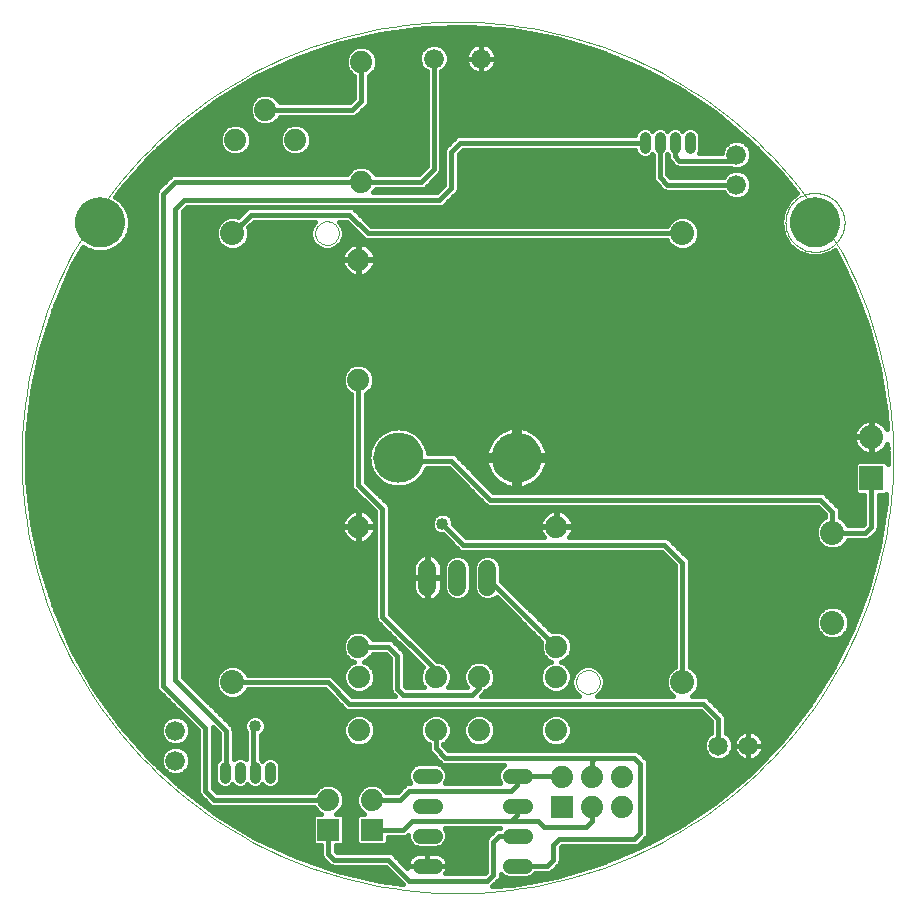
<source format=gtl>
G75*
%MOIN*%
%OFA0B0*%
%FSLAX24Y24*%
%IPPOS*%
%LPD*%
%AMOC8*
5,1,8,0,0,1.08239X$1,22.5*
%
%ADD10C,0.0010*%
%ADD11C,0.0500*%
%ADD12C,0.0660*%
%ADD13C,0.0740*%
%ADD14C,0.0800*%
%ADD15C,0.0000*%
%ADD16R,0.0800X0.0800*%
%ADD17R,0.0740X0.0740*%
%ADD18C,0.0650*%
%ADD19C,0.0350*%
%ADD20C,0.0600*%
%ADD21C,0.1650*%
%ADD22C,0.0080*%
%ADD23C,0.0160*%
%ADD24C,0.0400*%
D10*
X000229Y014747D02*
X000233Y015103D01*
X000246Y015459D01*
X000268Y015815D01*
X000299Y016170D01*
X000338Y016524D01*
X000386Y016877D01*
X000443Y017229D01*
X000508Y017579D01*
X000582Y017928D01*
X000664Y018275D01*
X000755Y018619D01*
X000854Y018961D01*
X000962Y019301D01*
X001078Y019638D01*
X001202Y019972D01*
X001334Y020303D01*
X001475Y020630D01*
X001623Y020954D01*
X001779Y021274D01*
X001943Y021591D01*
X002115Y021903D01*
X002294Y022211D01*
X002481Y022514D01*
X002676Y022813D01*
X002877Y023107D01*
X003086Y023395D01*
X003302Y023679D01*
X003524Y023957D01*
X003754Y024230D01*
X003990Y024497D01*
X004232Y024758D01*
X004481Y025013D01*
X004736Y025262D01*
X004997Y025504D01*
X005264Y025740D01*
X005537Y025970D01*
X005815Y026192D01*
X006099Y026408D01*
X006387Y026617D01*
X006681Y026818D01*
X006980Y027013D01*
X007283Y027200D01*
X007591Y027379D01*
X007903Y027551D01*
X008220Y027715D01*
X008540Y027871D01*
X008864Y028019D01*
X009191Y028160D01*
X009522Y028292D01*
X009856Y028416D01*
X010193Y028532D01*
X010533Y028640D01*
X010875Y028739D01*
X011219Y028830D01*
X011566Y028912D01*
X011915Y028986D01*
X012265Y029051D01*
X012617Y029108D01*
X012970Y029156D01*
X013324Y029195D01*
X013679Y029226D01*
X014035Y029248D01*
X014391Y029261D01*
X014747Y029265D01*
X015103Y029261D01*
X015459Y029248D01*
X015815Y029226D01*
X016170Y029195D01*
X016524Y029156D01*
X016877Y029108D01*
X017229Y029051D01*
X017579Y028986D01*
X017928Y028912D01*
X018275Y028830D01*
X018619Y028739D01*
X018961Y028640D01*
X019301Y028532D01*
X019638Y028416D01*
X019972Y028292D01*
X020303Y028160D01*
X020630Y028019D01*
X020954Y027871D01*
X021274Y027715D01*
X021591Y027551D01*
X021903Y027379D01*
X022211Y027200D01*
X022514Y027013D01*
X022813Y026818D01*
X023107Y026617D01*
X023395Y026408D01*
X023679Y026192D01*
X023957Y025970D01*
X024230Y025740D01*
X024497Y025504D01*
X024758Y025262D01*
X025013Y025013D01*
X025262Y024758D01*
X025504Y024497D01*
X025740Y024230D01*
X025970Y023957D01*
X026192Y023679D01*
X026408Y023395D01*
X026617Y023107D01*
X026818Y022813D01*
X027013Y022514D01*
X027200Y022211D01*
X027379Y021903D01*
X027551Y021591D01*
X027715Y021274D01*
X027871Y020954D01*
X028019Y020630D01*
X028160Y020303D01*
X028292Y019972D01*
X028416Y019638D01*
X028532Y019301D01*
X028640Y018961D01*
X028739Y018619D01*
X028830Y018275D01*
X028912Y017928D01*
X028986Y017579D01*
X029051Y017229D01*
X029108Y016877D01*
X029156Y016524D01*
X029195Y016170D01*
X029226Y015815D01*
X029248Y015459D01*
X029261Y015103D01*
X029265Y014747D01*
X029261Y014391D01*
X029248Y014035D01*
X029226Y013679D01*
X029195Y013324D01*
X029156Y012970D01*
X029108Y012617D01*
X029051Y012265D01*
X028986Y011915D01*
X028912Y011566D01*
X028830Y011219D01*
X028739Y010875D01*
X028640Y010533D01*
X028532Y010193D01*
X028416Y009856D01*
X028292Y009522D01*
X028160Y009191D01*
X028019Y008864D01*
X027871Y008540D01*
X027715Y008220D01*
X027551Y007903D01*
X027379Y007591D01*
X027200Y007283D01*
X027013Y006980D01*
X026818Y006681D01*
X026617Y006387D01*
X026408Y006099D01*
X026192Y005815D01*
X025970Y005537D01*
X025740Y005264D01*
X025504Y004997D01*
X025262Y004736D01*
X025013Y004481D01*
X024758Y004232D01*
X024497Y003990D01*
X024230Y003754D01*
X023957Y003524D01*
X023679Y003302D01*
X023395Y003086D01*
X023107Y002877D01*
X022813Y002676D01*
X022514Y002481D01*
X022211Y002294D01*
X021903Y002115D01*
X021591Y001943D01*
X021274Y001779D01*
X020954Y001623D01*
X020630Y001475D01*
X020303Y001334D01*
X019972Y001202D01*
X019638Y001078D01*
X019301Y000962D01*
X018961Y000854D01*
X018619Y000755D01*
X018275Y000664D01*
X017928Y000582D01*
X017579Y000508D01*
X017229Y000443D01*
X016877Y000386D01*
X016524Y000338D01*
X016170Y000299D01*
X015815Y000268D01*
X015459Y000246D01*
X015103Y000233D01*
X014747Y000229D01*
X014391Y000233D01*
X014035Y000246D01*
X013679Y000268D01*
X013324Y000299D01*
X012970Y000338D01*
X012617Y000386D01*
X012265Y000443D01*
X011915Y000508D01*
X011566Y000582D01*
X011219Y000664D01*
X010875Y000755D01*
X010533Y000854D01*
X010193Y000962D01*
X009856Y001078D01*
X009522Y001202D01*
X009191Y001334D01*
X008864Y001475D01*
X008540Y001623D01*
X008220Y001779D01*
X007903Y001943D01*
X007591Y002115D01*
X007283Y002294D01*
X006980Y002481D01*
X006681Y002676D01*
X006387Y002877D01*
X006099Y003086D01*
X005815Y003302D01*
X005537Y003524D01*
X005264Y003754D01*
X004997Y003990D01*
X004736Y004232D01*
X004481Y004481D01*
X004232Y004736D01*
X003990Y004997D01*
X003754Y005264D01*
X003524Y005537D01*
X003302Y005815D01*
X003086Y006099D01*
X002877Y006387D01*
X002676Y006681D01*
X002481Y006980D01*
X002294Y007283D01*
X002115Y007591D01*
X001943Y007903D01*
X001779Y008220D01*
X001623Y008540D01*
X001475Y008864D01*
X001334Y009191D01*
X001202Y009522D01*
X001078Y009856D01*
X000962Y010193D01*
X000854Y010533D01*
X000755Y010875D01*
X000664Y011219D01*
X000582Y011566D01*
X000508Y011915D01*
X000443Y012265D01*
X000386Y012617D01*
X000338Y012970D01*
X000299Y013324D01*
X000268Y013679D01*
X000246Y014035D01*
X000233Y014391D01*
X000229Y014747D01*
X025680Y022584D02*
X025682Y022646D01*
X025688Y022709D01*
X025698Y022770D01*
X025712Y022831D01*
X025729Y022891D01*
X025750Y022950D01*
X025776Y023007D01*
X025804Y023062D01*
X025836Y023116D01*
X025872Y023167D01*
X025910Y023217D01*
X025952Y023263D01*
X025996Y023307D01*
X026044Y023348D01*
X026093Y023386D01*
X026145Y023420D01*
X026199Y023451D01*
X026255Y023479D01*
X026313Y023503D01*
X026372Y023524D01*
X026432Y023540D01*
X026493Y023553D01*
X026555Y023562D01*
X026617Y023567D01*
X026680Y023568D01*
X026742Y023565D01*
X026804Y023558D01*
X026866Y023547D01*
X026926Y023532D01*
X026986Y023514D01*
X027044Y023492D01*
X027101Y023466D01*
X027156Y023436D01*
X027209Y023403D01*
X027260Y023367D01*
X027308Y023328D01*
X027354Y023285D01*
X027397Y023240D01*
X027437Y023192D01*
X027474Y023142D01*
X027508Y023089D01*
X027539Y023035D01*
X027565Y022979D01*
X027589Y022921D01*
X027608Y022861D01*
X027624Y022801D01*
X027636Y022739D01*
X027644Y022678D01*
X027648Y022615D01*
X027648Y022553D01*
X027644Y022490D01*
X027636Y022429D01*
X027624Y022367D01*
X027608Y022307D01*
X027589Y022247D01*
X027565Y022189D01*
X027539Y022133D01*
X027508Y022079D01*
X027474Y022026D01*
X027437Y021976D01*
X027397Y021928D01*
X027354Y021883D01*
X027308Y021840D01*
X027260Y021801D01*
X027209Y021765D01*
X027156Y021732D01*
X027101Y021702D01*
X027044Y021676D01*
X026986Y021654D01*
X026926Y021636D01*
X026866Y021621D01*
X026804Y021610D01*
X026742Y021603D01*
X026680Y021600D01*
X026617Y021601D01*
X026555Y021606D01*
X026493Y021615D01*
X026432Y021628D01*
X026372Y021644D01*
X026313Y021665D01*
X026255Y021689D01*
X026199Y021717D01*
X026145Y021748D01*
X026093Y021782D01*
X026044Y021820D01*
X025996Y021861D01*
X025952Y021905D01*
X025910Y021951D01*
X025872Y022001D01*
X025836Y022052D01*
X025804Y022106D01*
X025776Y022161D01*
X025750Y022218D01*
X025729Y022277D01*
X025712Y022337D01*
X025698Y022398D01*
X025688Y022459D01*
X025682Y022522D01*
X025680Y022584D01*
D11*
X016997Y004147D02*
X016497Y004147D01*
X016497Y003147D02*
X016997Y003147D01*
X016997Y002147D02*
X016497Y002147D01*
X016497Y001147D02*
X016997Y001147D01*
X013997Y001147D02*
X013497Y001147D01*
X013497Y002147D02*
X013997Y002147D01*
X013997Y003147D02*
X013497Y003147D01*
X013497Y004147D02*
X013997Y004147D01*
D12*
X005347Y004647D03*
X005347Y005647D03*
X024047Y023847D03*
X024047Y024847D03*
X015534Y028047D03*
X013960Y028047D03*
D13*
X011547Y027947D03*
X009347Y025347D03*
X008347Y026347D03*
X007347Y025347D03*
X011547Y023947D03*
X011447Y021347D03*
X011447Y017347D03*
X011447Y012447D03*
X011447Y008447D03*
X011467Y007437D03*
X011467Y005657D03*
X011897Y003347D03*
X010447Y003347D03*
X014027Y005657D03*
X015467Y005657D03*
X015467Y007437D03*
X014027Y007437D03*
X018027Y007437D03*
X018047Y008447D03*
X018027Y005657D03*
X018247Y004097D03*
X019247Y004097D03*
X019247Y003097D03*
X020247Y003097D03*
X020247Y004097D03*
X018047Y012447D03*
D14*
X022247Y007267D03*
X027247Y009247D03*
X027247Y012247D03*
X028541Y015436D03*
X022247Y022227D03*
X007247Y022227D03*
X007247Y007267D03*
D15*
X018703Y007267D02*
X018705Y007306D01*
X018711Y007345D01*
X018721Y007383D01*
X018734Y007420D01*
X018751Y007455D01*
X018771Y007489D01*
X018795Y007520D01*
X018822Y007549D01*
X018851Y007575D01*
X018883Y007598D01*
X018917Y007618D01*
X018953Y007634D01*
X018990Y007646D01*
X019029Y007655D01*
X019068Y007660D01*
X019107Y007661D01*
X019146Y007658D01*
X019185Y007651D01*
X019222Y007640D01*
X019259Y007626D01*
X019294Y007608D01*
X019327Y007587D01*
X019358Y007562D01*
X019386Y007535D01*
X019411Y007505D01*
X019433Y007472D01*
X019452Y007438D01*
X019467Y007402D01*
X019479Y007364D01*
X019487Y007326D01*
X019491Y007287D01*
X019491Y007247D01*
X019487Y007208D01*
X019479Y007170D01*
X019467Y007132D01*
X019452Y007096D01*
X019433Y007062D01*
X019411Y007029D01*
X019386Y006999D01*
X019358Y006972D01*
X019327Y006947D01*
X019294Y006926D01*
X019259Y006908D01*
X019222Y006894D01*
X019185Y006883D01*
X019146Y006876D01*
X019107Y006873D01*
X019068Y006874D01*
X019029Y006879D01*
X018990Y006888D01*
X018953Y006900D01*
X018917Y006916D01*
X018883Y006936D01*
X018851Y006959D01*
X018822Y006985D01*
X018795Y007014D01*
X018771Y007045D01*
X018751Y007079D01*
X018734Y007114D01*
X018721Y007151D01*
X018711Y007189D01*
X018705Y007228D01*
X018703Y007267D01*
X010003Y022227D02*
X010005Y022266D01*
X010011Y022305D01*
X010021Y022343D01*
X010034Y022380D01*
X010051Y022415D01*
X010071Y022449D01*
X010095Y022480D01*
X010122Y022509D01*
X010151Y022535D01*
X010183Y022558D01*
X010217Y022578D01*
X010253Y022594D01*
X010290Y022606D01*
X010329Y022615D01*
X010368Y022620D01*
X010407Y022621D01*
X010446Y022618D01*
X010485Y022611D01*
X010522Y022600D01*
X010559Y022586D01*
X010594Y022568D01*
X010627Y022547D01*
X010658Y022522D01*
X010686Y022495D01*
X010711Y022465D01*
X010733Y022432D01*
X010752Y022398D01*
X010767Y022362D01*
X010779Y022324D01*
X010787Y022286D01*
X010791Y022247D01*
X010791Y022207D01*
X010787Y022168D01*
X010779Y022130D01*
X010767Y022092D01*
X010752Y022056D01*
X010733Y022022D01*
X010711Y021989D01*
X010686Y021959D01*
X010658Y021932D01*
X010627Y021907D01*
X010594Y021886D01*
X010559Y021868D01*
X010522Y021854D01*
X010485Y021843D01*
X010446Y021836D01*
X010407Y021833D01*
X010368Y021834D01*
X010329Y021839D01*
X010290Y021848D01*
X010253Y021860D01*
X010217Y021876D01*
X010183Y021896D01*
X010151Y021919D01*
X010122Y021945D01*
X010095Y021974D01*
X010071Y022005D01*
X010051Y022039D01*
X010034Y022074D01*
X010021Y022111D01*
X010011Y022149D01*
X010005Y022188D01*
X010003Y022227D01*
D16*
X028541Y014058D03*
D17*
X018247Y003097D03*
X011897Y002347D03*
X010447Y002347D03*
D18*
X023447Y005147D03*
X024447Y005147D03*
D19*
X008497Y004422D02*
X008497Y004072D01*
X007997Y004072D02*
X007997Y004422D01*
X007497Y004422D02*
X007497Y004072D01*
X006997Y004072D02*
X006997Y004422D01*
X020997Y025072D02*
X020997Y025422D01*
X021497Y025422D02*
X021497Y025072D01*
X021997Y025072D02*
X021997Y025422D01*
X022497Y025422D02*
X022497Y025072D01*
D20*
X015747Y011047D02*
X015747Y010447D01*
X014747Y010447D02*
X014747Y011047D01*
X013747Y011047D02*
X013747Y010447D01*
D21*
X012778Y014747D03*
X016715Y014747D03*
X026664Y022584D03*
X002830Y022584D03*
D22*
X003516Y022989D02*
X002143Y022989D01*
X002117Y022947D02*
X002069Y022831D01*
X002039Y022709D01*
X002030Y022584D01*
X002040Y022454D01*
X002071Y022328D01*
X002123Y022209D01*
X002193Y022099D01*
X002279Y022003D01*
X002381Y021921D01*
X002494Y021857D01*
X002616Y021813D01*
X002743Y021788D01*
X002873Y021785D01*
X003002Y021802D01*
X003126Y021840D01*
X003242Y021898D01*
X003348Y021974D01*
X003439Y022066D01*
X003515Y022171D01*
X003573Y022287D01*
X003611Y022412D01*
X003628Y022540D01*
X003625Y022670D01*
X003600Y022798D01*
X003556Y022919D01*
X003492Y023032D01*
X003410Y023134D01*
X003314Y023220D01*
X003204Y023290D01*
X003085Y023342D01*
X002959Y023373D01*
X002830Y023384D01*
X002704Y023374D01*
X002582Y023344D01*
X002466Y023296D01*
X002359Y023231D01*
X002264Y023149D01*
X002182Y023054D01*
X002117Y022947D01*
X002102Y022911D02*
X003559Y022911D01*
X003588Y022832D02*
X002069Y022832D01*
X002050Y022754D02*
X003609Y022754D01*
X003624Y022675D02*
X002037Y022675D01*
X002031Y022597D02*
X003627Y022597D01*
X003625Y022518D02*
X002035Y022518D01*
X002044Y022440D02*
X003615Y022440D01*
X003596Y022361D02*
X002063Y022361D01*
X002091Y022283D02*
X003571Y022283D01*
X003532Y022204D02*
X002126Y022204D01*
X002176Y022126D02*
X003483Y022126D01*
X003421Y022047D02*
X002239Y022047D01*
X002321Y021969D02*
X003341Y021969D01*
X003227Y021890D02*
X002435Y021890D01*
X002620Y021812D02*
X003033Y021812D01*
X003463Y023068D02*
X002195Y023068D01*
X002262Y023146D02*
X003396Y023146D01*
X003307Y023225D02*
X002353Y023225D01*
X002484Y023303D02*
X003174Y023303D01*
X002849Y023382D02*
X002809Y023382D01*
X012066Y015110D02*
X012018Y014994D01*
X011988Y014872D01*
X011978Y014747D01*
X013576Y014747D01*
X013577Y014704D02*
X013574Y014833D01*
X013549Y014961D01*
X013504Y015083D01*
X013441Y015196D01*
X013359Y015297D01*
X013263Y015384D01*
X013153Y015454D01*
X013034Y015505D01*
X012908Y015536D01*
X012778Y015547D01*
X012653Y015537D01*
X012531Y015508D01*
X012415Y015460D01*
X012308Y015394D01*
X012213Y015313D01*
X012131Y015217D01*
X012066Y015110D01*
X012084Y015139D02*
X013472Y015139D01*
X013513Y015061D02*
X012045Y015061D01*
X012015Y014982D02*
X013541Y014982D01*
X013560Y014904D02*
X011996Y014904D01*
X011985Y014825D02*
X013574Y014825D01*
X013577Y014704D02*
X013560Y014575D01*
X013522Y014451D01*
X013464Y014334D01*
X013388Y014229D01*
X013296Y014137D01*
X013191Y014061D01*
X013075Y014004D01*
X012950Y013966D01*
X012822Y013948D01*
X012692Y013952D01*
X012564Y013976D01*
X012443Y014021D01*
X012329Y014085D01*
X012228Y014166D01*
X012142Y014263D01*
X012072Y014372D01*
X012020Y014491D01*
X011989Y014618D01*
X011978Y014747D01*
X011985Y014668D02*
X013572Y014668D01*
X013562Y014590D02*
X011996Y014590D01*
X012015Y014511D02*
X013540Y014511D01*
X013513Y014433D02*
X012045Y014433D01*
X012083Y014354D02*
X013474Y014354D01*
X013422Y014276D02*
X012133Y014276D01*
X012200Y014197D02*
X013357Y014197D01*
X013271Y014119D02*
X012287Y014119D01*
X012408Y014040D02*
X013148Y014040D01*
X012923Y013962D02*
X012638Y013962D01*
X012132Y015218D02*
X013423Y015218D01*
X013360Y015296D02*
X012199Y015296D01*
X012286Y015375D02*
X013272Y015375D01*
X013154Y015453D02*
X012405Y015453D01*
X012632Y015532D02*
X012926Y015532D01*
X015925Y014872D02*
X015915Y014747D01*
X017513Y014747D01*
X017514Y014704D02*
X017511Y014833D01*
X017486Y014961D01*
X017441Y015083D01*
X017378Y015196D01*
X017296Y015297D01*
X017200Y015384D01*
X017090Y015454D01*
X016971Y015505D01*
X016845Y015536D01*
X016715Y015547D01*
X016590Y015537D01*
X016468Y015508D01*
X016352Y015460D01*
X016245Y015394D01*
X016150Y015313D01*
X016068Y015217D01*
X016003Y015110D01*
X015955Y014994D01*
X015925Y014872D01*
X015933Y014904D02*
X017497Y014904D01*
X017511Y014825D02*
X015922Y014825D01*
X015915Y014747D02*
X015926Y014618D01*
X015957Y014491D01*
X016009Y014372D01*
X016079Y014263D01*
X016165Y014166D01*
X016266Y014085D01*
X016380Y014021D01*
X016501Y013976D01*
X016629Y013952D01*
X016759Y013948D01*
X016887Y013966D01*
X017012Y014004D01*
X017128Y014061D01*
X017233Y014137D01*
X017325Y014229D01*
X017401Y014334D01*
X017459Y014451D01*
X017497Y014575D01*
X017514Y014704D01*
X017509Y014668D02*
X015922Y014668D01*
X015933Y014590D02*
X017499Y014590D01*
X017477Y014511D02*
X015952Y014511D01*
X015983Y014433D02*
X017450Y014433D01*
X017411Y014354D02*
X016020Y014354D01*
X016070Y014276D02*
X017359Y014276D01*
X017294Y014197D02*
X016137Y014197D01*
X016224Y014119D02*
X017208Y014119D01*
X017086Y014040D02*
X016345Y014040D01*
X016575Y013962D02*
X016860Y013962D01*
X017478Y014982D02*
X015952Y014982D01*
X015982Y015061D02*
X017450Y015061D01*
X017409Y015139D02*
X016021Y015139D01*
X016069Y015218D02*
X017360Y015218D01*
X017297Y015296D02*
X016136Y015296D01*
X016223Y015375D02*
X017209Y015375D01*
X017091Y015453D02*
X016342Y015453D01*
X016569Y015532D02*
X016863Y015532D01*
X025906Y022328D02*
X025875Y022454D01*
X025864Y022584D01*
X025874Y022709D01*
X025903Y022831D01*
X025951Y022947D01*
X026017Y023054D01*
X026099Y023149D01*
X026194Y023231D01*
X026301Y023296D01*
X026417Y023344D01*
X026539Y023374D01*
X026664Y023384D01*
X026794Y023373D01*
X026920Y023342D01*
X027039Y023290D01*
X027148Y023220D01*
X027245Y023134D01*
X027326Y023032D01*
X027390Y022919D01*
X027435Y022798D01*
X027460Y022670D01*
X027463Y022540D01*
X027446Y022412D01*
X027407Y022287D01*
X027350Y022171D01*
X027274Y022066D01*
X027182Y021974D01*
X027077Y021898D01*
X026960Y021840D01*
X026836Y021802D01*
X026708Y021785D01*
X026578Y021788D01*
X026450Y021813D01*
X026328Y021857D01*
X026215Y021921D01*
X026114Y022003D01*
X026027Y022099D01*
X025957Y022209D01*
X025906Y022328D01*
X025898Y022361D02*
X027430Y022361D01*
X027449Y022440D02*
X025878Y022440D01*
X025870Y022518D02*
X027460Y022518D01*
X027462Y022597D02*
X025865Y022597D01*
X025871Y022675D02*
X027459Y022675D01*
X027443Y022754D02*
X025885Y022754D01*
X025904Y022832D02*
X027422Y022832D01*
X027393Y022911D02*
X025937Y022911D01*
X025978Y022989D02*
X027351Y022989D01*
X027298Y023068D02*
X026029Y023068D01*
X026096Y023146D02*
X027231Y023146D01*
X027141Y023225D02*
X026187Y023225D01*
X026318Y023303D02*
X027009Y023303D01*
X026684Y023382D02*
X026644Y023382D01*
X025926Y022283D02*
X027405Y022283D01*
X027366Y022204D02*
X025960Y022204D01*
X026010Y022126D02*
X027317Y022126D01*
X027256Y022047D02*
X026074Y022047D01*
X026156Y021969D02*
X027175Y021969D01*
X027061Y021890D02*
X026270Y021890D01*
X026454Y021812D02*
X026868Y021812D01*
D23*
X004857Y004603D02*
X004605Y004603D01*
X004468Y004730D02*
X003493Y005839D01*
X002636Y007044D01*
X001909Y008330D01*
X001317Y009684D01*
X000867Y011092D01*
X000565Y012538D01*
X000413Y014008D01*
X000413Y015486D01*
X000565Y016956D01*
X000867Y018402D01*
X001317Y019810D01*
X001909Y021164D01*
X002249Y021766D01*
X002261Y021759D01*
X002272Y021749D01*
X002282Y021744D01*
X002320Y021714D01*
X002338Y021716D01*
X002339Y021715D01*
X002347Y021698D01*
X002409Y021675D01*
X002467Y021643D01*
X002485Y021648D01*
X002486Y021647D01*
X002497Y021632D01*
X002562Y021619D01*
X002624Y021596D01*
X002631Y021600D01*
X002634Y021599D01*
X002647Y021599D01*
X002655Y021591D01*
X002721Y021589D01*
X002787Y021576D01*
X002802Y021587D01*
X002803Y021587D01*
X002818Y021575D01*
X002884Y021584D01*
X002950Y021583D01*
X002964Y021595D01*
X002965Y021595D01*
X002981Y021587D01*
X003020Y021599D01*
X003026Y021599D01*
X003043Y021606D01*
X003045Y021606D01*
X003111Y021615D01*
X003122Y021630D01*
X003123Y021630D01*
X003140Y021624D01*
X003200Y021654D01*
X003264Y021673D01*
X003272Y021690D01*
X003273Y021690D01*
X003291Y021687D01*
X003346Y021726D01*
X003405Y021756D01*
X003410Y021771D01*
X003413Y021774D01*
X003430Y021774D01*
X003477Y021821D01*
X003531Y021860D01*
X003534Y021878D01*
X003535Y021879D01*
X003553Y021882D01*
X003592Y021936D01*
X003639Y021983D01*
X003639Y022000D01*
X003642Y022003D01*
X003657Y022008D01*
X003687Y022068D01*
X003726Y022122D01*
X003723Y022140D01*
X003723Y022141D01*
X003740Y022150D01*
X003759Y022213D01*
X003789Y022273D01*
X003783Y022290D01*
X003783Y022291D01*
X003798Y022302D01*
X003807Y022368D01*
X003807Y022370D01*
X003815Y022388D01*
X003815Y022394D01*
X003826Y022432D01*
X003818Y022448D01*
X003818Y022449D01*
X003831Y022463D01*
X003829Y022529D01*
X003838Y022595D01*
X003827Y022610D01*
X003827Y022611D01*
X003837Y022626D01*
X003824Y022692D01*
X003823Y022758D01*
X003815Y022766D01*
X003815Y022779D01*
X003814Y022782D01*
X003817Y022789D01*
X003794Y022851D01*
X003781Y022917D01*
X003766Y022927D01*
X003766Y022928D01*
X003771Y022946D01*
X003738Y023004D01*
X003715Y023066D01*
X003698Y023074D01*
X003698Y023075D01*
X003700Y023093D01*
X003669Y023131D01*
X003665Y023141D01*
X003654Y023152D01*
X003625Y023203D01*
X003607Y023208D01*
X003607Y023209D01*
X003606Y023227D01*
X003556Y023272D01*
X003514Y023324D01*
X003496Y023326D01*
X003495Y023326D01*
X003491Y023344D01*
X003435Y023380D01*
X003386Y023425D01*
X003374Y023424D01*
X003365Y023428D01*
X003359Y023441D01*
X003346Y023447D01*
X003493Y023654D01*
X004468Y024764D01*
X005553Y025768D01*
X006735Y026655D01*
X008001Y027416D01*
X009340Y028042D01*
X010736Y028528D01*
X012174Y028867D01*
X013639Y029057D01*
X015116Y029095D01*
X016590Y028981D01*
X018044Y028716D01*
X019462Y028303D01*
X020831Y027746D01*
X022136Y027052D01*
X023362Y026227D01*
X024496Y025280D01*
X025528Y024222D01*
X026058Y023552D01*
X025784Y023322D01*
X025584Y022977D01*
X025584Y022977D01*
X025515Y022584D01*
X025515Y022584D01*
X025584Y022190D01*
X025784Y021845D01*
X026090Y021588D01*
X026465Y021452D01*
X026864Y021452D01*
X027239Y021588D01*
X027318Y021655D01*
X027899Y020495D01*
X028420Y019112D01*
X028796Y017683D01*
X029024Y016223D01*
X029050Y015714D01*
X029037Y015740D01*
X028983Y015814D01*
X028918Y015878D01*
X028845Y015932D01*
X028763Y015973D01*
X028676Y016002D01*
X028586Y016016D01*
X028561Y016016D01*
X028561Y015456D01*
X028521Y015456D01*
X028521Y016016D01*
X028495Y016016D01*
X028405Y016002D01*
X028318Y015973D01*
X028237Y015932D01*
X028163Y015878D01*
X028098Y015814D01*
X028045Y015740D01*
X028003Y015659D01*
X027975Y015572D01*
X027961Y015482D01*
X027961Y015456D01*
X028521Y015456D01*
X028521Y015416D01*
X028561Y015416D01*
X028561Y014856D01*
X028586Y014856D01*
X028676Y014870D01*
X028763Y014898D01*
X028845Y014940D01*
X028918Y014994D01*
X028983Y015058D01*
X029037Y015132D01*
X029076Y015209D01*
X029100Y014747D01*
X029089Y014536D01*
X029007Y014618D01*
X028074Y014618D01*
X027981Y014524D01*
X027981Y013592D01*
X028074Y013498D01*
X028307Y013498D01*
X028307Y012546D01*
X028248Y012487D01*
X027754Y012487D01*
X027722Y012564D01*
X027564Y012722D01*
X027487Y012754D01*
X027487Y012995D01*
X027450Y013083D01*
X027383Y013150D01*
X026983Y013550D01*
X026895Y013587D01*
X015946Y013587D01*
X014683Y014850D01*
X014595Y014887D01*
X013772Y014887D01*
X013771Y014922D01*
X013763Y014929D01*
X013763Y014943D01*
X013762Y014945D01*
X013766Y014952D01*
X013743Y015015D01*
X013730Y015080D01*
X013715Y015090D01*
X013714Y015091D01*
X013719Y015109D01*
X013687Y015167D01*
X013664Y015230D01*
X013647Y015237D01*
X013646Y015238D01*
X013648Y015257D01*
X013618Y015295D01*
X013613Y015305D01*
X013602Y015316D01*
X013574Y015366D01*
X013556Y015371D01*
X013555Y015372D01*
X013554Y015391D01*
X013505Y015435D01*
X013463Y015487D01*
X013445Y015489D01*
X013444Y015490D01*
X013440Y015508D01*
X013384Y015544D01*
X013334Y015588D01*
X013323Y015587D01*
X013314Y015591D01*
X013308Y015605D01*
X013247Y015631D01*
X013191Y015667D01*
X013173Y015663D01*
X013172Y015663D01*
X013163Y015679D01*
X013098Y015695D01*
X013037Y015722D01*
X013020Y015715D01*
X013019Y015715D01*
X013007Y015729D01*
X012975Y015732D01*
X012974Y015732D01*
X012971Y015732D01*
X012940Y015734D01*
X012876Y015750D01*
X012860Y015741D01*
X012859Y015741D01*
X012845Y015753D01*
X012779Y015748D01*
X012712Y015753D01*
X012700Y015743D01*
X012687Y015751D01*
X012622Y015735D01*
X012555Y015730D01*
X012545Y015718D01*
X012531Y015724D01*
X012469Y015699D01*
X012404Y015683D01*
X012396Y015670D01*
X012381Y015674D01*
X012324Y015638D01*
X012262Y015613D01*
X012256Y015599D01*
X012241Y015600D01*
X012190Y015556D01*
X012133Y015521D01*
X012130Y015507D01*
X012114Y015505D01*
X012071Y015454D01*
X012020Y015411D01*
X012019Y015396D01*
X012004Y015392D01*
X011969Y015335D01*
X011925Y015284D01*
X011927Y015269D01*
X011913Y015263D01*
X011887Y015201D01*
X011852Y015144D01*
X011855Y015129D01*
X011842Y015121D01*
X011827Y015056D01*
X011801Y014994D01*
X011807Y014980D01*
X011795Y014970D01*
X011790Y014903D01*
X011774Y014838D01*
X011782Y014825D01*
X011772Y014813D01*
X011778Y014747D01*
X011687Y014747D01*
X011778Y014747D02*
X011773Y014680D01*
X011784Y014666D01*
X011784Y014665D01*
X011775Y014650D01*
X011791Y014585D01*
X011793Y014555D01*
X011793Y014551D01*
X011794Y014550D01*
X011796Y014519D01*
X011810Y014507D01*
X011811Y014506D01*
X011804Y014489D01*
X011830Y014427D01*
X011846Y014363D01*
X011862Y014353D01*
X011862Y014352D01*
X011858Y014334D01*
X011894Y014278D01*
X011921Y014217D01*
X011934Y014212D01*
X011938Y014202D01*
X011937Y014191D01*
X011982Y014141D01*
X012018Y014085D01*
X012036Y014081D01*
X012036Y014081D01*
X012038Y014062D01*
X012090Y014020D01*
X012135Y013971D01*
X012153Y013970D01*
X012154Y013969D01*
X012159Y013951D01*
X012209Y013923D01*
X012220Y013912D01*
X012231Y013908D01*
X012269Y013877D01*
X012287Y013879D01*
X012288Y013878D01*
X012296Y013862D01*
X012358Y013839D01*
X012416Y013806D01*
X012434Y013811D01*
X012435Y013811D01*
X012445Y013795D01*
X012511Y013783D01*
X012573Y013760D01*
X012580Y013763D01*
X012582Y013762D01*
X012596Y013762D01*
X012604Y013754D01*
X012670Y013752D01*
X012736Y013740D01*
X012751Y013750D01*
X012752Y013750D01*
X012767Y013739D01*
X012833Y013748D01*
X012899Y013746D01*
X012913Y013759D01*
X012914Y013759D01*
X012930Y013750D01*
X012968Y013762D01*
X012974Y013762D01*
X012992Y013769D01*
X012994Y013770D01*
X013059Y013779D01*
X013071Y013793D01*
X013072Y013794D01*
X013089Y013788D01*
X013149Y013817D01*
X013212Y013837D01*
X013221Y013853D01*
X013222Y013854D01*
X013240Y013851D01*
X013294Y013890D01*
X013354Y013919D01*
X013359Y013935D01*
X013362Y013937D01*
X013379Y013937D01*
X013426Y013984D01*
X013480Y014023D01*
X013483Y014041D01*
X013484Y014042D01*
X013502Y014045D01*
X013541Y014099D01*
X013588Y014146D01*
X013588Y014164D01*
X013591Y014166D01*
X013606Y014171D01*
X013636Y014231D01*
X013675Y014285D01*
X013672Y014303D01*
X013672Y014304D01*
X013688Y014313D01*
X013708Y014377D01*
X013723Y014407D01*
X014448Y014407D01*
X015643Y013211D01*
X015711Y013143D01*
X015799Y013107D01*
X026748Y013107D01*
X027007Y012848D01*
X027007Y012754D01*
X026930Y012722D01*
X026772Y012564D01*
X026687Y012358D01*
X026687Y012136D01*
X026772Y011930D01*
X026930Y011772D01*
X027136Y011687D01*
X027358Y011687D01*
X027564Y011772D01*
X027722Y011930D01*
X027754Y012007D01*
X028395Y012007D01*
X028483Y012043D01*
X028683Y012243D01*
X028750Y012311D01*
X028787Y012399D01*
X028787Y013498D01*
X029007Y013498D01*
X029037Y013528D01*
X029024Y013271D01*
X029024Y013271D01*
X028796Y011811D01*
X028420Y010382D01*
X027899Y008999D01*
X027238Y007678D01*
X026445Y006431D01*
X025528Y005272D01*
X024496Y004214D01*
X023362Y003267D01*
X022136Y002442D01*
X020831Y001748D01*
X019462Y001191D01*
X018044Y000778D01*
X016590Y000513D01*
X015899Y000460D01*
X016083Y000643D01*
X016150Y000711D01*
X016187Y000799D01*
X016187Y000877D01*
X016265Y000799D01*
X016415Y000737D01*
X017078Y000737D01*
X017229Y000799D01*
X017337Y000907D01*
X017795Y000907D01*
X017883Y000943D01*
X017950Y001011D01*
X018150Y001211D01*
X018187Y001299D01*
X018187Y001748D01*
X018246Y001807D01*
X020695Y001807D01*
X020783Y001843D01*
X020850Y001911D01*
X021050Y002111D01*
X021087Y002199D01*
X021087Y004595D01*
X021050Y004683D01*
X020983Y004750D01*
X020783Y004950D01*
X020695Y004987D01*
X014446Y004987D01*
X014267Y005166D01*
X014267Y005183D01*
X014327Y005208D01*
X014476Y005357D01*
X014557Y005552D01*
X014557Y005762D01*
X014476Y005957D01*
X014327Y006106D01*
X014132Y006187D01*
X013922Y006187D01*
X013727Y006106D01*
X013578Y005957D01*
X013497Y005762D01*
X013497Y005552D01*
X013578Y005357D01*
X013727Y005208D01*
X013787Y005183D01*
X013787Y005019D01*
X013823Y004931D01*
X014143Y004611D01*
X014211Y004543D01*
X014299Y004507D01*
X016295Y004507D01*
X016265Y004495D01*
X016149Y004379D01*
X016087Y004228D01*
X016087Y004065D01*
X016149Y003915D01*
X016177Y003887D01*
X014317Y003887D01*
X014345Y003915D01*
X014407Y004065D01*
X014407Y004228D01*
X014345Y004379D01*
X014229Y004495D01*
X014078Y004557D01*
X013415Y004557D01*
X013265Y004495D01*
X013149Y004379D01*
X013087Y004228D01*
X013087Y004065D01*
X013149Y003915D01*
X013177Y003887D01*
X013099Y003887D01*
X013011Y003850D01*
X012943Y003783D01*
X012748Y003587D01*
X012371Y003587D01*
X012346Y003647D01*
X012197Y003796D01*
X012002Y003877D01*
X011792Y003877D01*
X011597Y003796D01*
X011448Y003647D01*
X011367Y003452D01*
X011367Y003242D01*
X011448Y003047D01*
X011597Y002898D01*
X011647Y002877D01*
X011461Y002877D01*
X011367Y002783D01*
X011367Y001911D01*
X011461Y001817D01*
X012333Y001817D01*
X012427Y001911D01*
X012427Y002107D01*
X012995Y002107D01*
X013083Y002143D01*
X013087Y002148D01*
X013087Y002065D01*
X013149Y001915D01*
X013265Y001799D01*
X013415Y001737D01*
X014078Y001737D01*
X014229Y001799D01*
X014345Y001915D01*
X014407Y002065D01*
X014407Y002228D01*
X014345Y002379D01*
X014317Y002407D01*
X016177Y002407D01*
X016157Y002387D01*
X016099Y002387D01*
X016011Y002350D01*
X015943Y002283D01*
X015743Y002083D01*
X015707Y001995D01*
X015707Y000946D01*
X015648Y000887D01*
X014340Y000887D01*
X014365Y000922D01*
X014395Y000982D01*
X014416Y001046D01*
X014427Y001113D01*
X014427Y001147D01*
X014427Y001181D01*
X014416Y001248D01*
X014395Y001312D01*
X014365Y001372D01*
X014325Y001427D01*
X014277Y001475D01*
X014222Y001515D01*
X014162Y001545D01*
X014098Y001566D01*
X014031Y001577D01*
X013747Y001577D01*
X013747Y001147D01*
X013747Y001147D01*
X014427Y001147D01*
X013747Y001147D01*
X013747Y001147D01*
X013747Y001577D01*
X013463Y001577D01*
X013396Y001566D01*
X013332Y001545D01*
X013272Y001515D01*
X013217Y001475D01*
X013169Y001427D01*
X013129Y001372D01*
X013098Y001312D01*
X013078Y001248D01*
X013067Y001181D01*
X013067Y001147D01*
X013747Y001147D01*
X013747Y001147D01*
X013067Y001147D01*
X013067Y001113D01*
X013076Y001058D01*
X012583Y001550D01*
X012495Y001587D01*
X010746Y001587D01*
X010687Y001646D01*
X010687Y001817D01*
X010883Y001817D01*
X010977Y001911D01*
X010977Y002783D01*
X010883Y002877D01*
X010697Y002877D01*
X010747Y002898D01*
X010896Y003047D01*
X010977Y003242D01*
X010977Y003452D01*
X010896Y003647D01*
X010747Y003796D01*
X010552Y003877D01*
X010342Y003877D01*
X010147Y003796D01*
X009998Y003647D01*
X009973Y003587D01*
X006746Y003587D01*
X006587Y003746D01*
X006587Y005768D01*
X006807Y005548D01*
X006807Y004706D01*
X006713Y004612D01*
X006662Y004489D01*
X006662Y004005D01*
X006713Y003882D01*
X006807Y003788D01*
X006930Y003737D01*
X007064Y003737D01*
X007187Y003788D01*
X007247Y003848D01*
X007307Y003788D01*
X007430Y003737D01*
X007564Y003737D01*
X007687Y003788D01*
X007747Y003848D01*
X007807Y003788D01*
X007930Y003737D01*
X008064Y003737D01*
X008187Y003788D01*
X008247Y003848D01*
X008307Y003788D01*
X008430Y003737D01*
X008564Y003737D01*
X008687Y003788D01*
X008781Y003882D01*
X008832Y004005D01*
X008832Y004489D01*
X008781Y004612D01*
X008687Y004706D01*
X008564Y004757D01*
X008430Y004757D01*
X008307Y004706D01*
X008247Y004646D01*
X008187Y004706D01*
X008187Y005486D01*
X008201Y005492D01*
X008302Y005593D01*
X008357Y005725D01*
X008357Y005869D01*
X008302Y006001D01*
X008201Y006102D01*
X008069Y006157D01*
X007925Y006157D01*
X007793Y006102D01*
X007692Y006001D01*
X007637Y005869D01*
X007637Y005725D01*
X007692Y005593D01*
X007707Y005578D01*
X007707Y004686D01*
X007687Y004706D01*
X007564Y004757D01*
X007430Y004757D01*
X007307Y004706D01*
X007287Y004686D01*
X007287Y005695D01*
X007250Y005783D01*
X007183Y005850D01*
X005587Y007446D01*
X005587Y022948D01*
X005746Y023107D01*
X014195Y023107D01*
X014283Y023143D01*
X014350Y023211D01*
X014750Y023611D01*
X014787Y023699D01*
X014787Y024848D01*
X014946Y025007D01*
X020662Y025007D01*
X020662Y025005D01*
X020713Y024882D01*
X020807Y024788D01*
X020930Y024737D01*
X021064Y024737D01*
X021187Y024788D01*
X021247Y024848D01*
X021257Y024838D01*
X021257Y024049D01*
X021293Y023961D01*
X021361Y023893D01*
X021611Y023643D01*
X021699Y023607D01*
X023616Y023607D01*
X023632Y023569D01*
X023769Y023432D01*
X023949Y023357D01*
X024144Y023357D01*
X024324Y023432D01*
X024462Y023569D01*
X024537Y023749D01*
X024537Y023944D01*
X024462Y024124D01*
X024324Y024262D01*
X024144Y024337D01*
X023949Y024337D01*
X023769Y024262D01*
X023632Y024124D01*
X023616Y024087D01*
X021846Y024087D01*
X021737Y024196D01*
X021737Y024838D01*
X021747Y024848D01*
X021757Y024838D01*
X021757Y024749D01*
X021793Y024661D01*
X021943Y024511D01*
X022011Y024443D01*
X022099Y024407D01*
X023829Y024407D01*
X023949Y024357D01*
X024144Y024357D01*
X024324Y024432D01*
X024462Y024569D01*
X024537Y024749D01*
X024537Y024944D01*
X024462Y025124D01*
X024324Y025262D01*
X024144Y025337D01*
X023949Y025337D01*
X023769Y025262D01*
X023632Y025124D01*
X023557Y024944D01*
X023557Y024887D01*
X022783Y024887D01*
X022832Y025005D01*
X022832Y025489D01*
X022781Y025612D01*
X022687Y025706D01*
X022564Y025757D01*
X022430Y025757D01*
X022307Y025706D01*
X022247Y025646D01*
X022187Y025706D01*
X022064Y025757D01*
X021930Y025757D01*
X021807Y025706D01*
X021747Y025646D01*
X021687Y025706D01*
X021564Y025757D01*
X021430Y025757D01*
X021307Y025706D01*
X021247Y025646D01*
X021187Y025706D01*
X021064Y025757D01*
X020930Y025757D01*
X020807Y025706D01*
X020713Y025612D01*
X020662Y025489D01*
X020662Y025487D01*
X014799Y025487D01*
X014711Y025450D01*
X014411Y025150D01*
X014343Y025083D01*
X014307Y024995D01*
X014307Y023846D01*
X014048Y023587D01*
X011936Y023587D01*
X011996Y023647D01*
X012021Y023707D01*
X013595Y023707D01*
X013683Y023743D01*
X014095Y024156D01*
X014163Y024224D01*
X014200Y024312D01*
X014200Y027616D01*
X014237Y027632D01*
X014375Y027769D01*
X014450Y027949D01*
X014450Y028144D01*
X014375Y028324D01*
X014237Y028462D01*
X014057Y028537D01*
X013862Y028537D01*
X013682Y028462D01*
X013544Y028324D01*
X013470Y028144D01*
X013470Y027949D01*
X013544Y027769D01*
X013682Y027632D01*
X013720Y027616D01*
X013720Y024459D01*
X013448Y024187D01*
X012021Y024187D01*
X011996Y024247D01*
X011847Y024396D01*
X011652Y024477D01*
X011442Y024477D01*
X011247Y024396D01*
X011098Y024247D01*
X011073Y024187D01*
X005299Y024187D01*
X005211Y024150D01*
X005143Y024083D01*
X004743Y023683D01*
X004707Y023595D01*
X004707Y007099D01*
X004743Y007011D01*
X006107Y005648D01*
X006107Y003599D01*
X006143Y003511D01*
X006443Y003211D01*
X006511Y003143D01*
X006599Y003107D01*
X009973Y003107D01*
X009998Y003047D01*
X010147Y002898D01*
X010197Y002877D01*
X010011Y002877D01*
X009917Y002783D01*
X009917Y001911D01*
X010011Y001817D01*
X010207Y001817D01*
X010207Y001499D01*
X010243Y001411D01*
X010443Y001211D01*
X010511Y001143D01*
X010599Y001107D01*
X012348Y001107D01*
X012925Y000529D01*
X012174Y000627D01*
X010736Y000966D01*
X009340Y001452D01*
X008001Y002078D01*
X006735Y002839D01*
X005553Y003726D01*
X004468Y004730D01*
X004440Y004761D02*
X004864Y004761D01*
X004857Y004744D02*
X004857Y004549D01*
X004932Y004369D01*
X005069Y004232D01*
X005249Y004157D01*
X005444Y004157D01*
X005624Y004232D01*
X005762Y004369D01*
X005837Y004549D01*
X005837Y004744D01*
X005762Y004924D01*
X005624Y005062D01*
X005444Y005137D01*
X005249Y005137D01*
X005069Y005062D01*
X004932Y004924D01*
X004857Y004744D01*
X004930Y004920D02*
X004301Y004920D01*
X004162Y005078D02*
X005108Y005078D01*
X005069Y005232D02*
X005249Y005157D01*
X005444Y005157D01*
X005624Y005232D01*
X005762Y005369D01*
X005837Y005549D01*
X005837Y005744D01*
X005762Y005924D01*
X005624Y006062D01*
X005444Y006137D01*
X005249Y006137D01*
X005069Y006062D01*
X004932Y005924D01*
X004857Y005744D01*
X004857Y005549D01*
X004932Y005369D01*
X005069Y005232D01*
X005064Y005237D02*
X004022Y005237D01*
X003883Y005395D02*
X004921Y005395D01*
X004857Y005554D02*
X003744Y005554D01*
X003604Y005712D02*
X004857Y005712D01*
X004909Y005871D02*
X003470Y005871D01*
X003358Y006029D02*
X005036Y006029D01*
X005408Y006346D02*
X003132Y006346D01*
X003245Y006188D02*
X005567Y006188D01*
X005657Y006029D02*
X005725Y006029D01*
X005785Y005871D02*
X005884Y005871D01*
X005837Y005712D02*
X006042Y005712D01*
X006107Y005554D02*
X005837Y005554D01*
X005773Y005395D02*
X006107Y005395D01*
X006107Y005237D02*
X005630Y005237D01*
X005586Y005078D02*
X006107Y005078D01*
X006107Y004920D02*
X005764Y004920D01*
X005830Y004761D02*
X006107Y004761D01*
X006107Y004603D02*
X005837Y004603D01*
X005793Y004444D02*
X006107Y004444D01*
X006107Y004286D02*
X005679Y004286D01*
X006107Y004127D02*
X005119Y004127D01*
X005015Y004286D02*
X004947Y004286D01*
X004900Y004444D02*
X004776Y004444D01*
X005290Y003969D02*
X006107Y003969D01*
X006107Y003810D02*
X005461Y003810D01*
X005651Y003652D02*
X006107Y003652D01*
X006161Y003493D02*
X005862Y003493D01*
X006074Y003335D02*
X006320Y003335D01*
X006285Y003176D02*
X006478Y003176D01*
X006496Y003018D02*
X010026Y003018D01*
X009993Y002859D02*
X006707Y002859D01*
X006964Y002701D02*
X009917Y002701D01*
X009917Y002542D02*
X007228Y002542D01*
X007492Y002384D02*
X009917Y002384D01*
X009917Y002225D02*
X007756Y002225D01*
X008025Y002067D02*
X009917Y002067D01*
X009919Y001908D02*
X008364Y001908D01*
X008703Y001750D02*
X010207Y001750D01*
X010207Y001591D02*
X009041Y001591D01*
X009394Y001433D02*
X010234Y001433D01*
X010380Y001274D02*
X009849Y001274D01*
X010305Y001116D02*
X010578Y001116D01*
X010443Y001211D02*
X010443Y001211D01*
X010647Y001347D02*
X010447Y001547D01*
X010447Y002347D01*
X010977Y002384D02*
X011367Y002384D01*
X011367Y002542D02*
X010977Y002542D01*
X010977Y002701D02*
X011367Y002701D01*
X011443Y002859D02*
X010901Y002859D01*
X010867Y003018D02*
X011476Y003018D01*
X011394Y003176D02*
X010950Y003176D01*
X010977Y003335D02*
X011367Y003335D01*
X011384Y003493D02*
X010960Y003493D01*
X010891Y003652D02*
X011452Y003652D01*
X011631Y003810D02*
X010713Y003810D01*
X010447Y003347D02*
X006647Y003347D01*
X006347Y003647D01*
X006347Y005747D01*
X004947Y007147D01*
X004947Y023547D01*
X005347Y023947D01*
X011547Y023947D01*
X013547Y023947D01*
X013960Y024360D01*
X013960Y028047D01*
X014418Y028219D02*
X015054Y028219D01*
X015062Y028243D02*
X015037Y028166D01*
X015024Y028087D01*
X015024Y028047D01*
X015534Y028047D01*
X015534Y028047D01*
X015024Y028047D01*
X015024Y028007D01*
X015037Y027928D01*
X015062Y027851D01*
X015098Y027780D01*
X015145Y027715D01*
X015202Y027658D01*
X015267Y027611D01*
X015339Y027574D01*
X015415Y027549D01*
X015494Y027537D01*
X015534Y027537D01*
X015534Y028047D01*
X015534Y028557D01*
X015494Y028557D01*
X015415Y028544D01*
X015339Y028520D01*
X015267Y028483D01*
X015202Y028436D01*
X015145Y028379D01*
X015098Y028314D01*
X015062Y028243D01*
X015144Y028378D02*
X014321Y028378D01*
X014058Y028536D02*
X015391Y028536D01*
X015534Y028536D02*
X015534Y028536D01*
X015534Y028557D02*
X015574Y028557D01*
X015654Y028544D01*
X015730Y028520D01*
X015802Y028483D01*
X015867Y028436D01*
X015923Y028379D01*
X015971Y028314D01*
X016007Y028243D01*
X016032Y028166D01*
X016044Y028087D01*
X016044Y028047D01*
X015534Y028047D01*
X015534Y028047D01*
X015534Y028047D01*
X015534Y028557D01*
X015678Y028536D02*
X018660Y028536D01*
X018116Y028695D02*
X011444Y028695D01*
X011442Y028477D02*
X011247Y028396D01*
X011098Y028247D01*
X011017Y028052D01*
X011017Y027842D01*
X011098Y027647D01*
X011247Y027498D01*
X011307Y027473D01*
X011307Y026746D01*
X011148Y026587D01*
X008821Y026587D01*
X008796Y026647D01*
X008647Y026796D01*
X008452Y026877D01*
X008242Y026877D01*
X008047Y026796D01*
X007898Y026647D01*
X007817Y026452D01*
X007817Y026242D01*
X007898Y026047D01*
X008047Y025898D01*
X008242Y025817D01*
X008452Y025817D01*
X008647Y025898D01*
X008796Y026047D01*
X008821Y026107D01*
X011295Y026107D01*
X011383Y026143D01*
X011683Y026443D01*
X011750Y026511D01*
X011787Y026599D01*
X011787Y027473D01*
X011847Y027498D01*
X011996Y027647D01*
X012077Y027842D01*
X012077Y028052D01*
X011996Y028247D01*
X011847Y028396D01*
X011652Y028477D01*
X011442Y028477D01*
X011228Y028378D02*
X010305Y028378D01*
X010773Y028536D02*
X013861Y028536D01*
X013598Y028378D02*
X011865Y028378D01*
X012008Y028219D02*
X013501Y028219D01*
X013470Y028061D02*
X012073Y028061D01*
X012077Y027902D02*
X013489Y027902D01*
X013570Y027744D02*
X012037Y027744D01*
X011935Y027585D02*
X013720Y027585D01*
X013720Y027427D02*
X011787Y027427D01*
X011787Y027268D02*
X013720Y027268D01*
X013720Y027110D02*
X011787Y027110D01*
X011787Y026951D02*
X013720Y026951D01*
X013720Y026793D02*
X011787Y026793D01*
X011787Y026634D02*
X013720Y026634D01*
X013720Y026476D02*
X011715Y026476D01*
X011557Y026317D02*
X013720Y026317D01*
X013720Y026159D02*
X011398Y026159D01*
X011247Y026347D02*
X011547Y026647D01*
X011547Y027947D01*
X011159Y027585D02*
X008364Y027585D01*
X008025Y027427D02*
X011307Y027427D01*
X011307Y027268D02*
X007756Y027268D01*
X007492Y027110D02*
X011307Y027110D01*
X011307Y026951D02*
X007228Y026951D01*
X006964Y026793D02*
X008043Y026793D01*
X007892Y026634D02*
X006707Y026634D01*
X006496Y026476D02*
X007827Y026476D01*
X007817Y026317D02*
X006285Y026317D01*
X006074Y026159D02*
X007851Y026159D01*
X007944Y026000D02*
X005862Y026000D01*
X005651Y025842D02*
X007157Y025842D01*
X007242Y025877D02*
X007047Y025796D01*
X006898Y025647D01*
X006817Y025452D01*
X006817Y025242D01*
X006898Y025047D01*
X007047Y024898D01*
X007242Y024817D01*
X007452Y024817D01*
X007647Y024898D01*
X007796Y025047D01*
X007877Y025242D01*
X007877Y025452D01*
X007796Y025647D01*
X007647Y025796D01*
X007452Y025877D01*
X007242Y025877D01*
X007537Y025842D02*
X008181Y025842D01*
X008513Y025842D02*
X009157Y025842D01*
X009242Y025877D02*
X009047Y025796D01*
X008898Y025647D01*
X008817Y025452D01*
X008817Y025242D01*
X008898Y025047D01*
X009047Y024898D01*
X009242Y024817D01*
X009452Y024817D01*
X009647Y024898D01*
X009796Y025047D01*
X009877Y025242D01*
X009877Y025452D01*
X009796Y025647D01*
X009647Y025796D01*
X009452Y025877D01*
X009242Y025877D01*
X009537Y025842D02*
X013720Y025842D01*
X013720Y026000D02*
X008750Y026000D01*
X008934Y025683D02*
X007760Y025683D01*
X007847Y025525D02*
X008847Y025525D01*
X008817Y025366D02*
X007877Y025366D01*
X007863Y025208D02*
X008831Y025208D01*
X008896Y025049D02*
X007797Y025049D01*
X007631Y024891D02*
X009063Y024891D01*
X009631Y024891D02*
X013720Y024891D01*
X013720Y025049D02*
X009797Y025049D01*
X009863Y025208D02*
X013720Y025208D01*
X013720Y025366D02*
X009877Y025366D01*
X009847Y025525D02*
X013720Y025525D01*
X013720Y025683D02*
X009760Y025683D01*
X008802Y026634D02*
X011195Y026634D01*
X011307Y026793D02*
X008650Y026793D01*
X008347Y026347D02*
X011247Y026347D01*
X011057Y027744D02*
X008703Y027744D01*
X009041Y027902D02*
X011017Y027902D01*
X011020Y028061D02*
X009394Y028061D01*
X009849Y028219D02*
X011086Y028219D01*
X012116Y028853D02*
X017289Y028853D01*
X016188Y029012D02*
X013293Y029012D01*
X014450Y028061D02*
X015024Y028061D01*
X015045Y027902D02*
X014430Y027902D01*
X014350Y027744D02*
X015124Y027744D01*
X015317Y027585D02*
X014200Y027585D01*
X014200Y027427D02*
X021431Y027427D01*
X021729Y027268D02*
X014200Y027268D01*
X014200Y027110D02*
X022026Y027110D01*
X022285Y026951D02*
X014200Y026951D01*
X014200Y026793D02*
X022520Y026793D01*
X022756Y026634D02*
X014200Y026634D01*
X014200Y026476D02*
X022991Y026476D01*
X023227Y026317D02*
X014200Y026317D01*
X014200Y026159D02*
X023443Y026159D01*
X023633Y026000D02*
X014200Y026000D01*
X014200Y025842D02*
X023823Y025842D01*
X024013Y025683D02*
X022709Y025683D01*
X022817Y025525D02*
X024203Y025525D01*
X024393Y025366D02*
X022832Y025366D01*
X022832Y025208D02*
X023715Y025208D01*
X023600Y025049D02*
X022832Y025049D01*
X022785Y024891D02*
X023557Y024891D01*
X023847Y024647D02*
X024047Y024847D01*
X023847Y024647D02*
X022147Y024647D01*
X021997Y024797D01*
X021997Y025247D01*
X022209Y025683D02*
X022285Y025683D01*
X021785Y025683D02*
X021709Y025683D01*
X021285Y025683D02*
X021209Y025683D01*
X020785Y025683D02*
X014200Y025683D01*
X014200Y025525D02*
X020677Y025525D01*
X020997Y025247D02*
X014847Y025247D01*
X014547Y024947D01*
X014547Y023747D01*
X014147Y023347D01*
X005647Y023347D01*
X005347Y023047D01*
X005347Y007347D01*
X007047Y005647D01*
X007047Y004547D01*
X006997Y004497D01*
X006997Y004247D01*
X006662Y004286D02*
X006587Y004286D01*
X006587Y004444D02*
X006662Y004444D01*
X006709Y004603D02*
X006587Y004603D01*
X006587Y004761D02*
X006807Y004761D01*
X006807Y004920D02*
X006587Y004920D01*
X006587Y005078D02*
X006807Y005078D01*
X006807Y005237D02*
X006587Y005237D01*
X006587Y005395D02*
X006807Y005395D01*
X006801Y005554D02*
X006587Y005554D01*
X006587Y005712D02*
X006642Y005712D01*
X007004Y006029D02*
X007720Y006029D01*
X007638Y005871D02*
X007162Y005871D01*
X007183Y005850D02*
X007183Y005850D01*
X007280Y005712D02*
X007642Y005712D01*
X007707Y005554D02*
X007287Y005554D01*
X007287Y005395D02*
X007707Y005395D01*
X007707Y005237D02*
X007287Y005237D01*
X007287Y005078D02*
X007707Y005078D01*
X007707Y004920D02*
X007287Y004920D01*
X007287Y004761D02*
X007707Y004761D01*
X007947Y004447D02*
X007947Y005747D01*
X007997Y005797D01*
X008263Y005554D02*
X010937Y005554D01*
X010937Y005552D02*
X011018Y005357D01*
X011167Y005208D01*
X011362Y005127D01*
X011572Y005127D01*
X011767Y005208D01*
X011916Y005357D01*
X011997Y005552D01*
X011997Y005762D01*
X011916Y005957D01*
X011767Y006106D01*
X011572Y006187D01*
X011362Y006187D01*
X011167Y006106D01*
X011018Y005957D01*
X010937Y005762D01*
X010937Y005552D01*
X010937Y005712D02*
X008352Y005712D01*
X008356Y005871D02*
X010982Y005871D01*
X011090Y006029D02*
X008274Y006029D01*
X008187Y005395D02*
X011002Y005395D01*
X011137Y005237D02*
X008187Y005237D01*
X008187Y005078D02*
X013787Y005078D01*
X013835Y004920D02*
X008187Y004920D01*
X008187Y004761D02*
X013993Y004761D01*
X014152Y004603D02*
X008785Y004603D01*
X008832Y004444D02*
X013215Y004444D01*
X013111Y004286D02*
X008832Y004286D01*
X008832Y004127D02*
X013087Y004127D01*
X013127Y003969D02*
X008817Y003969D01*
X008709Y003810D02*
X010181Y003810D01*
X010002Y003652D02*
X006681Y003652D01*
X006587Y003810D02*
X006785Y003810D01*
X006677Y003969D02*
X006587Y003969D01*
X006587Y004127D02*
X006662Y004127D01*
X007209Y003810D02*
X007285Y003810D01*
X007709Y003810D02*
X007785Y003810D01*
X008209Y003810D02*
X008285Y003810D01*
X007997Y004247D02*
X007997Y004397D01*
X007947Y004447D01*
X006845Y006188D02*
X022967Y006188D01*
X022848Y006307D02*
X023207Y005948D01*
X023207Y005572D01*
X023172Y005558D01*
X023036Y005422D01*
X022962Y005243D01*
X022962Y005050D01*
X023036Y004872D01*
X023172Y004736D01*
X023350Y004662D01*
X023543Y004662D01*
X023722Y004736D01*
X023858Y004872D01*
X023932Y005050D01*
X023932Y005243D01*
X023858Y005422D01*
X023722Y005558D01*
X023687Y005572D01*
X023687Y006095D01*
X023650Y006183D01*
X023583Y006250D01*
X023083Y006750D01*
X022995Y006787D01*
X022552Y006787D01*
X022564Y006792D01*
X022722Y006949D01*
X022807Y007155D01*
X022807Y007378D01*
X022722Y007584D01*
X022564Y007741D01*
X022487Y007773D01*
X022487Y011295D01*
X022450Y011383D01*
X022383Y011450D01*
X021783Y012050D01*
X021695Y012087D01*
X018465Y012087D01*
X018466Y012089D01*
X018517Y012159D01*
X018557Y012236D01*
X018583Y012318D01*
X018597Y012404D01*
X018597Y012438D01*
X018056Y012438D01*
X018056Y012456D01*
X018038Y012456D01*
X018038Y012997D01*
X018004Y012997D01*
X017918Y012983D01*
X017836Y012957D01*
X017759Y012917D01*
X017689Y012866D01*
X017627Y012805D01*
X017577Y012735D01*
X017537Y012658D01*
X017510Y012576D01*
X017497Y012490D01*
X017497Y012456D01*
X018038Y012456D01*
X018038Y012438D01*
X017497Y012438D01*
X017497Y012404D01*
X017510Y012318D01*
X017537Y012236D01*
X017577Y012159D01*
X017627Y012089D01*
X017629Y012087D01*
X015046Y012087D01*
X014607Y012526D01*
X014607Y012619D01*
X014552Y012751D01*
X014451Y012852D01*
X014319Y012907D01*
X014175Y012907D01*
X014043Y012852D01*
X013942Y012751D01*
X013887Y012619D01*
X013887Y012475D01*
X013942Y012343D01*
X014043Y012242D01*
X014175Y012187D01*
X014268Y012187D01*
X014743Y011711D01*
X014811Y011643D01*
X014899Y011607D01*
X021548Y011607D01*
X022007Y011148D01*
X022007Y007773D01*
X021930Y007741D01*
X021772Y007584D01*
X021687Y007378D01*
X021687Y007155D01*
X021772Y006949D01*
X021930Y006792D01*
X021942Y006787D01*
X019386Y006787D01*
X019411Y006797D01*
X019567Y006953D01*
X019651Y007156D01*
X019651Y007377D01*
X019567Y007580D01*
X019411Y007736D01*
X019207Y007820D01*
X018987Y007820D01*
X018784Y007736D01*
X018628Y007580D01*
X018557Y007409D01*
X018557Y007542D01*
X018476Y007737D01*
X018327Y007886D01*
X018203Y007938D01*
X018347Y007998D01*
X018496Y008147D01*
X018577Y008342D01*
X018577Y008552D01*
X018496Y008747D01*
X018347Y008896D01*
X018152Y008977D01*
X017942Y008977D01*
X017881Y008952D01*
X016207Y010626D01*
X016207Y011138D01*
X016137Y011307D01*
X016007Y011437D01*
X015838Y011507D01*
X015655Y011507D01*
X015486Y011437D01*
X015357Y011307D01*
X015287Y011138D01*
X015287Y010355D01*
X015357Y010186D01*
X015486Y010057D01*
X015655Y009987D01*
X015838Y009987D01*
X016007Y010057D01*
X016052Y010102D01*
X017542Y008613D01*
X017517Y008552D01*
X017517Y008342D01*
X017598Y008147D01*
X017747Y007998D01*
X017871Y007946D01*
X017727Y007886D01*
X017578Y007737D01*
X017497Y007542D01*
X017497Y007332D01*
X017578Y007137D01*
X017727Y006988D01*
X017922Y006907D01*
X018132Y006907D01*
X018327Y006988D01*
X018476Y007137D01*
X018544Y007299D01*
X018544Y007156D01*
X018628Y006953D01*
X018784Y006797D01*
X018809Y006787D01*
X015526Y006787D01*
X015603Y006863D01*
X015670Y006931D01*
X015679Y006951D01*
X015767Y006988D01*
X015916Y007137D01*
X015997Y007332D01*
X015997Y007542D01*
X015916Y007737D01*
X015767Y007886D01*
X015572Y007967D01*
X015362Y007967D01*
X015167Y007886D01*
X015018Y007737D01*
X014937Y007542D01*
X014937Y007332D01*
X015018Y007137D01*
X015067Y007087D01*
X014426Y007087D01*
X014476Y007137D01*
X014557Y007332D01*
X014557Y007542D01*
X014476Y007737D01*
X014327Y007886D01*
X014132Y007967D01*
X014066Y007967D01*
X012487Y009546D01*
X012487Y013095D01*
X012450Y013183D01*
X011687Y013946D01*
X011687Y016873D01*
X011747Y016898D01*
X011896Y017047D01*
X011977Y017242D01*
X011977Y017452D01*
X011896Y017647D01*
X011747Y017796D01*
X011552Y017877D01*
X011342Y017877D01*
X011147Y017796D01*
X010998Y017647D01*
X010917Y017452D01*
X010917Y017242D01*
X010998Y017047D01*
X011147Y016898D01*
X011207Y016873D01*
X011207Y013799D01*
X011243Y013711D01*
X011311Y013643D01*
X012007Y012948D01*
X012007Y009399D01*
X012043Y009311D01*
X012111Y009243D01*
X013597Y007757D01*
X013578Y007737D01*
X013497Y007542D01*
X013497Y007332D01*
X013578Y007137D01*
X013627Y007087D01*
X013046Y007087D01*
X012987Y007146D01*
X012987Y008195D01*
X012950Y008283D01*
X012883Y008350D01*
X012583Y008650D01*
X012495Y008687D01*
X011921Y008687D01*
X011896Y008747D01*
X011747Y008896D01*
X011552Y008977D01*
X011342Y008977D01*
X011147Y008896D01*
X010998Y008747D01*
X010917Y008552D01*
X010917Y008342D01*
X010998Y008147D01*
X011147Y007998D01*
X011291Y007938D01*
X011167Y007886D01*
X011018Y007737D01*
X010937Y007542D01*
X010937Y007332D01*
X011018Y007137D01*
X011167Y006988D01*
X011362Y006907D01*
X011572Y006907D01*
X011767Y006988D01*
X011916Y007137D01*
X011997Y007332D01*
X011997Y007542D01*
X011916Y007737D01*
X011767Y007886D01*
X011623Y007946D01*
X011747Y007998D01*
X011896Y008147D01*
X011921Y008207D01*
X012348Y008207D01*
X012507Y008048D01*
X012507Y006999D01*
X012543Y006911D01*
X012668Y006787D01*
X011246Y006787D01*
X010563Y007470D01*
X010475Y007507D01*
X007754Y007507D01*
X007722Y007584D01*
X007564Y007741D01*
X007358Y007827D01*
X007136Y007827D01*
X006930Y007741D01*
X006772Y007584D01*
X006687Y007378D01*
X006687Y007155D01*
X006772Y006949D01*
X006930Y006792D01*
X007136Y006707D01*
X007358Y006707D01*
X007564Y006792D01*
X007722Y006949D01*
X007754Y007027D01*
X010328Y007027D01*
X010943Y006411D01*
X011011Y006343D01*
X011099Y006307D01*
X022848Y006307D01*
X022947Y006547D02*
X023447Y006047D01*
X023447Y005147D01*
X023016Y004920D02*
X020813Y004920D01*
X020972Y004761D02*
X023147Y004761D01*
X022962Y005078D02*
X014355Y005078D01*
X014356Y005237D02*
X015137Y005237D01*
X015167Y005208D02*
X015362Y005127D01*
X015572Y005127D01*
X015767Y005208D01*
X015916Y005357D01*
X015997Y005552D01*
X015997Y005762D01*
X015916Y005957D01*
X015767Y006106D01*
X015572Y006187D01*
X015362Y006187D01*
X015167Y006106D01*
X015018Y005957D01*
X014937Y005762D01*
X014937Y005552D01*
X015018Y005357D01*
X015167Y005208D01*
X015002Y005395D02*
X014492Y005395D01*
X014557Y005554D02*
X014937Y005554D01*
X014937Y005712D02*
X014557Y005712D01*
X014512Y005871D02*
X014982Y005871D01*
X015090Y006029D02*
X014404Y006029D01*
X014027Y005657D02*
X014027Y005067D01*
X014347Y004747D01*
X019347Y004747D01*
X020647Y004747D01*
X020847Y004547D01*
X020847Y002247D01*
X020647Y002047D01*
X018147Y002047D01*
X017947Y001847D01*
X017947Y001347D01*
X017747Y001147D01*
X016747Y001147D01*
X016266Y000799D02*
X016187Y000799D01*
X016080Y000640D02*
X017289Y000640D01*
X017228Y000799D02*
X018116Y000799D01*
X017897Y000957D02*
X018660Y000957D01*
X018177Y001274D02*
X019668Y001274D01*
X020057Y001433D02*
X018187Y001433D01*
X018187Y001591D02*
X020447Y001591D01*
X020836Y001750D02*
X018189Y001750D01*
X018055Y001116D02*
X019205Y001116D01*
X019047Y002447D02*
X017647Y002447D01*
X017447Y002647D01*
X016547Y002647D01*
X016747Y002847D01*
X016747Y003147D01*
X016547Y003647D02*
X016747Y003847D01*
X016747Y004147D01*
X018197Y004147D01*
X018247Y004097D01*
X019247Y004097D02*
X019247Y004647D01*
X019347Y004747D01*
X018476Y005357D02*
X018557Y005552D01*
X018557Y005762D01*
X018476Y005957D01*
X018327Y006106D01*
X018132Y006187D01*
X017922Y006187D01*
X017727Y006106D01*
X017578Y005957D01*
X017497Y005762D01*
X017497Y005552D01*
X017578Y005357D01*
X017727Y005208D01*
X017922Y005127D01*
X018132Y005127D01*
X018327Y005208D01*
X018476Y005357D01*
X018492Y005395D02*
X023025Y005395D01*
X022962Y005237D02*
X018356Y005237D01*
X018557Y005554D02*
X023168Y005554D01*
X023207Y005712D02*
X018557Y005712D01*
X018512Y005871D02*
X023207Y005871D01*
X023125Y006029D02*
X018404Y006029D01*
X017650Y006029D02*
X015844Y006029D01*
X015952Y005871D02*
X017542Y005871D01*
X017497Y005712D02*
X015997Y005712D01*
X015997Y005554D02*
X017497Y005554D01*
X017562Y005395D02*
X015932Y005395D01*
X015796Y005237D02*
X017697Y005237D01*
X016215Y004444D02*
X014279Y004444D01*
X014383Y004286D02*
X016111Y004286D01*
X016087Y004127D02*
X014407Y004127D01*
X014367Y003969D02*
X016127Y003969D01*
X016547Y003647D02*
X013147Y003647D01*
X012847Y003347D01*
X011897Y003347D01*
X012163Y003810D02*
X012971Y003810D01*
X012813Y003652D02*
X012341Y003652D01*
X013247Y002647D02*
X016547Y002647D01*
X016092Y002384D02*
X014340Y002384D01*
X014407Y002225D02*
X015886Y002225D01*
X015737Y002067D02*
X014407Y002067D01*
X014338Y001908D02*
X015707Y001908D01*
X015707Y001750D02*
X014110Y001750D01*
X014319Y001433D02*
X015707Y001433D01*
X015707Y001591D02*
X010742Y001591D01*
X010687Y001750D02*
X013384Y001750D01*
X013156Y001908D02*
X012425Y001908D01*
X012427Y002067D02*
X013087Y002067D01*
X012947Y002347D02*
X013247Y002647D01*
X012947Y002347D02*
X011897Y002347D01*
X011367Y002225D02*
X010977Y002225D01*
X010977Y002067D02*
X011367Y002067D01*
X011369Y001908D02*
X010975Y001908D01*
X010647Y001347D02*
X012447Y001347D01*
X013147Y000647D01*
X015747Y000647D01*
X015947Y000847D01*
X015947Y001947D01*
X016147Y002147D01*
X016747Y002147D01*
X015707Y001274D02*
X014408Y001274D01*
X014427Y001116D02*
X015707Y001116D01*
X015707Y000957D02*
X014383Y000957D01*
X013747Y001274D02*
X013747Y001274D01*
X013747Y001433D02*
X013747Y001433D01*
X013175Y001433D02*
X012700Y001433D01*
X012859Y001274D02*
X013086Y001274D01*
X013067Y001116D02*
X013017Y001116D01*
X012656Y000799D02*
X011444Y000799D01*
X012116Y000640D02*
X012814Y000640D01*
X012497Y000957D02*
X010773Y000957D01*
X011796Y005237D02*
X013697Y005237D01*
X013562Y005395D02*
X011932Y005395D01*
X011997Y005554D02*
X013497Y005554D01*
X013497Y005712D02*
X011997Y005712D01*
X011952Y005871D02*
X013542Y005871D01*
X013650Y006029D02*
X011844Y006029D01*
X011147Y006547D02*
X022947Y006547D01*
X023170Y006663D02*
X026593Y006663D01*
X026492Y006505D02*
X023328Y006505D01*
X023487Y006346D02*
X026378Y006346D01*
X026253Y006188D02*
X023645Y006188D01*
X023687Y006029D02*
X026127Y006029D01*
X026002Y005871D02*
X023687Y005871D01*
X023687Y005712D02*
X025876Y005712D01*
X025751Y005554D02*
X024746Y005554D01*
X024776Y005532D02*
X024712Y005579D01*
X024641Y005615D01*
X024565Y005639D01*
X024487Y005652D01*
X024447Y005652D01*
X024447Y005147D01*
X024952Y005147D01*
X024952Y005187D01*
X024939Y005265D01*
X024915Y005341D01*
X024879Y005412D01*
X024832Y005476D01*
X024776Y005532D01*
X024887Y005395D02*
X025625Y005395D01*
X025494Y005237D02*
X024944Y005237D01*
X024952Y005147D02*
X024447Y005147D01*
X024447Y005147D01*
X024447Y005147D01*
X024447Y005652D01*
X024407Y005652D01*
X024329Y005639D01*
X024253Y005615D01*
X024182Y005579D01*
X024118Y005532D01*
X024062Y005476D01*
X024015Y005412D01*
X023979Y005341D01*
X023954Y005265D01*
X023942Y005187D01*
X023942Y005147D01*
X024447Y005147D01*
X024447Y004642D01*
X024487Y004642D01*
X024565Y004654D01*
X024641Y004679D01*
X024712Y004715D01*
X024776Y004762D01*
X024832Y004818D01*
X024879Y004882D01*
X024915Y004953D01*
X024939Y005029D01*
X024952Y005107D01*
X024952Y005147D01*
X024947Y005078D02*
X025339Y005078D01*
X025185Y004920D02*
X024898Y004920D01*
X024775Y004761D02*
X025030Y004761D01*
X024876Y004603D02*
X021084Y004603D01*
X021087Y004444D02*
X024721Y004444D01*
X024567Y004286D02*
X021087Y004286D01*
X021087Y004127D02*
X024393Y004127D01*
X024203Y003969D02*
X021087Y003969D01*
X021087Y003810D02*
X024013Y003810D01*
X023823Y003652D02*
X021087Y003652D01*
X021087Y003493D02*
X023633Y003493D01*
X023443Y003335D02*
X021087Y003335D01*
X021087Y003176D02*
X023227Y003176D01*
X022991Y003018D02*
X021087Y003018D01*
X021087Y002859D02*
X022756Y002859D01*
X022520Y002701D02*
X021087Y002701D01*
X021087Y002542D02*
X022285Y002542D01*
X022026Y002384D02*
X021087Y002384D01*
X021087Y002225D02*
X021729Y002225D01*
X021431Y002067D02*
X021006Y002067D01*
X021133Y001908D02*
X020848Y001908D01*
X019247Y002647D02*
X019047Y002447D01*
X019247Y002647D02*
X019247Y003097D01*
X016188Y000482D02*
X015921Y000482D01*
X011008Y006346D02*
X006687Y006346D01*
X006528Y006505D02*
X010850Y006505D01*
X010691Y006663D02*
X006370Y006663D01*
X006211Y006822D02*
X006900Y006822D01*
X006759Y006980D02*
X006053Y006980D01*
X005894Y007139D02*
X006694Y007139D01*
X006687Y007297D02*
X005736Y007297D01*
X005587Y007456D02*
X006719Y007456D01*
X006803Y007614D02*
X005587Y007614D01*
X005587Y007773D02*
X007006Y007773D01*
X007488Y007773D02*
X011053Y007773D01*
X010967Y007614D02*
X007691Y007614D01*
X007247Y007267D02*
X010427Y007267D01*
X011147Y006547D01*
X011211Y006822D02*
X012633Y006822D01*
X012515Y006980D02*
X011750Y006980D01*
X011917Y007139D02*
X012507Y007139D01*
X012507Y007297D02*
X011983Y007297D01*
X011997Y007456D02*
X012507Y007456D01*
X012507Y007614D02*
X011967Y007614D01*
X011880Y007773D02*
X012507Y007773D01*
X012507Y007931D02*
X011658Y007931D01*
X011839Y008090D02*
X012465Y008090D01*
X012747Y008147D02*
X012447Y008447D01*
X011447Y008447D01*
X011906Y008724D02*
X012631Y008724D01*
X012668Y008565D02*
X012789Y008565D01*
X012826Y008407D02*
X012948Y008407D01*
X012965Y008248D02*
X013106Y008248D01*
X012987Y008090D02*
X013265Y008090D01*
X013423Y007931D02*
X012987Y007931D01*
X012987Y007773D02*
X013582Y007773D01*
X013527Y007614D02*
X012987Y007614D01*
X012987Y007456D02*
X013497Y007456D01*
X013511Y007297D02*
X012987Y007297D01*
X012994Y007139D02*
X013577Y007139D01*
X014027Y007437D02*
X014027Y007667D01*
X012247Y009447D01*
X012247Y013047D01*
X011447Y013847D01*
X011447Y017347D01*
X011815Y016966D02*
X028908Y016966D01*
X028883Y017124D02*
X011928Y017124D01*
X011977Y017283D02*
X028858Y017283D01*
X028834Y017441D02*
X011977Y017441D01*
X011916Y017600D02*
X028809Y017600D01*
X028776Y017758D02*
X011785Y017758D01*
X011109Y017758D02*
X005587Y017758D01*
X005587Y017600D02*
X010978Y017600D01*
X010917Y017441D02*
X005587Y017441D01*
X005587Y017283D02*
X010917Y017283D01*
X010965Y017124D02*
X005587Y017124D01*
X005587Y016966D02*
X011078Y016966D01*
X011207Y016807D02*
X005587Y016807D01*
X005587Y016649D02*
X011207Y016649D01*
X011207Y016490D02*
X005587Y016490D01*
X005587Y016332D02*
X011207Y016332D01*
X011207Y016173D02*
X005587Y016173D01*
X005587Y016015D02*
X011207Y016015D01*
X011207Y015856D02*
X005587Y015856D01*
X005587Y015698D02*
X011207Y015698D01*
X011207Y015539D02*
X005587Y015539D01*
X005587Y015381D02*
X011207Y015381D01*
X011207Y015222D02*
X005587Y015222D01*
X005587Y015064D02*
X011207Y015064D01*
X011207Y014905D02*
X005587Y014905D01*
X005587Y014747D02*
X011207Y014747D01*
X011207Y014588D02*
X005587Y014588D01*
X005587Y014430D02*
X011207Y014430D01*
X011207Y014271D02*
X005587Y014271D01*
X005587Y014113D02*
X011207Y014113D01*
X011207Y013954D02*
X005587Y013954D01*
X005587Y013796D02*
X011208Y013796D01*
X011317Y013637D02*
X005587Y013637D01*
X005587Y013479D02*
X011476Y013479D01*
X011634Y013320D02*
X005587Y013320D01*
X005587Y013162D02*
X011793Y013162D01*
X011951Y013003D02*
X005587Y013003D01*
X005587Y012845D02*
X011067Y012845D01*
X011089Y012866D02*
X011027Y012805D01*
X010977Y012735D01*
X010937Y012658D01*
X010910Y012576D01*
X010897Y012490D01*
X010897Y012456D01*
X011438Y012456D01*
X011438Y012997D01*
X011404Y012997D01*
X011318Y012983D01*
X011236Y012957D01*
X011159Y012917D01*
X011089Y012866D01*
X010952Y012686D02*
X005587Y012686D01*
X005587Y012528D02*
X010903Y012528D01*
X010897Y012438D02*
X010897Y012404D01*
X010910Y012318D01*
X010937Y012236D01*
X010977Y012159D01*
X011027Y012089D01*
X011089Y012027D01*
X011159Y011977D01*
X011236Y011937D01*
X011318Y011910D01*
X011404Y011897D01*
X011438Y011897D01*
X011438Y012438D01*
X010897Y012438D01*
X010902Y012369D02*
X005587Y012369D01*
X005587Y012211D02*
X010950Y012211D01*
X011064Y012052D02*
X005587Y012052D01*
X005587Y011894D02*
X012007Y011894D01*
X012007Y012052D02*
X011830Y012052D01*
X011805Y012027D02*
X011866Y012089D01*
X011917Y012159D01*
X011957Y012236D01*
X011983Y012318D01*
X011997Y012404D01*
X011997Y012438D01*
X011456Y012438D01*
X011456Y012456D01*
X011438Y012456D01*
X011438Y012438D01*
X011456Y012438D01*
X011456Y011897D01*
X011490Y011897D01*
X011576Y011910D01*
X011658Y011937D01*
X011735Y011977D01*
X011805Y012027D01*
X011944Y012211D02*
X012007Y012211D01*
X011992Y012369D02*
X012007Y012369D01*
X011997Y012456D02*
X011456Y012456D01*
X011456Y012997D01*
X011490Y012997D01*
X011576Y012983D01*
X011658Y012957D01*
X011735Y012917D01*
X011805Y012866D01*
X011866Y012805D01*
X011917Y012735D01*
X011957Y012658D01*
X011983Y012576D01*
X011997Y012490D01*
X011997Y012456D01*
X011991Y012528D02*
X012007Y012528D01*
X012007Y012686D02*
X011942Y012686D01*
X012007Y012845D02*
X011827Y012845D01*
X011456Y012845D02*
X011438Y012845D01*
X011438Y012686D02*
X011456Y012686D01*
X011456Y012528D02*
X011438Y012528D01*
X011438Y012369D02*
X011456Y012369D01*
X011456Y012211D02*
X011438Y012211D01*
X011438Y012052D02*
X011456Y012052D01*
X012007Y011735D02*
X005587Y011735D01*
X005587Y011577D02*
X012007Y011577D01*
X012007Y011418D02*
X005587Y011418D01*
X005587Y011260D02*
X012007Y011260D01*
X012007Y011101D02*
X005587Y011101D01*
X005587Y010943D02*
X012007Y010943D01*
X012007Y010784D02*
X005587Y010784D01*
X005587Y010626D02*
X012007Y010626D01*
X012007Y010467D02*
X005587Y010467D01*
X005587Y010309D02*
X012007Y010309D01*
X012007Y010150D02*
X005587Y010150D01*
X005587Y009992D02*
X012007Y009992D01*
X012007Y009833D02*
X005587Y009833D01*
X005587Y009675D02*
X012007Y009675D01*
X012007Y009516D02*
X005587Y009516D01*
X005587Y009358D02*
X012024Y009358D01*
X012111Y009243D02*
X012111Y009243D01*
X012155Y009199D02*
X005587Y009199D01*
X005587Y009041D02*
X012314Y009041D01*
X012472Y008882D02*
X011761Y008882D01*
X012517Y009516D02*
X016638Y009516D01*
X016797Y009358D02*
X012675Y009358D01*
X012834Y009199D02*
X016955Y009199D01*
X017114Y009041D02*
X012992Y009041D01*
X013151Y008882D02*
X017272Y008882D01*
X017431Y008724D02*
X013309Y008724D01*
X013468Y008565D02*
X017522Y008565D01*
X017517Y008407D02*
X013626Y008407D01*
X013785Y008248D02*
X017555Y008248D01*
X017654Y008090D02*
X013943Y008090D01*
X014218Y007931D02*
X015276Y007931D01*
X015053Y007773D02*
X014440Y007773D01*
X014527Y007614D02*
X014967Y007614D01*
X014937Y007456D02*
X014557Y007456D01*
X014543Y007297D02*
X014951Y007297D01*
X015017Y007139D02*
X014477Y007139D01*
X015247Y006847D02*
X015467Y007067D01*
X015467Y007437D01*
X015658Y007931D02*
X017836Y007931D01*
X017613Y007773D02*
X015880Y007773D01*
X015967Y007614D02*
X017527Y007614D01*
X017497Y007456D02*
X015997Y007456D01*
X015983Y007297D02*
X017511Y007297D01*
X017577Y007139D02*
X015917Y007139D01*
X015750Y006980D02*
X017744Y006980D01*
X018310Y006980D02*
X018617Y006980D01*
X018551Y007139D02*
X018477Y007139D01*
X018543Y007297D02*
X018544Y007297D01*
X018557Y007456D02*
X018576Y007456D01*
X018527Y007614D02*
X018662Y007614D01*
X018873Y007773D02*
X018440Y007773D01*
X018218Y007931D02*
X022007Y007931D01*
X022006Y007773D02*
X019322Y007773D01*
X019533Y007614D02*
X021803Y007614D01*
X021719Y007456D02*
X019618Y007456D01*
X019651Y007297D02*
X021687Y007297D01*
X021694Y007139D02*
X019644Y007139D01*
X019578Y006980D02*
X021759Y006980D01*
X021900Y006822D02*
X019436Y006822D01*
X018759Y006822D02*
X015561Y006822D01*
X015247Y006847D02*
X012947Y006847D01*
X012747Y007047D01*
X012747Y008147D01*
X011276Y007931D02*
X005587Y007931D01*
X005587Y008090D02*
X011054Y008090D01*
X010955Y008248D02*
X005587Y008248D01*
X005587Y008407D02*
X010917Y008407D01*
X010922Y008565D02*
X005587Y008565D01*
X005587Y008724D02*
X010988Y008724D01*
X011133Y008882D02*
X005587Y008882D01*
X004707Y008882D02*
X001667Y008882D01*
X001736Y008724D02*
X004707Y008724D01*
X004707Y008565D02*
X001806Y008565D01*
X001875Y008407D02*
X004707Y008407D01*
X004707Y008248D02*
X001955Y008248D01*
X002044Y008090D02*
X004707Y008090D01*
X004707Y007931D02*
X002134Y007931D01*
X002224Y007773D02*
X004707Y007773D01*
X004707Y007614D02*
X002314Y007614D01*
X002403Y007456D02*
X004707Y007456D01*
X004707Y007297D02*
X002493Y007297D01*
X002583Y007139D02*
X004707Y007139D01*
X004774Y006980D02*
X002682Y006980D01*
X002794Y006822D02*
X004933Y006822D01*
X005091Y006663D02*
X002907Y006663D01*
X003020Y006505D02*
X005250Y006505D01*
X007594Y006822D02*
X010533Y006822D01*
X010374Y006980D02*
X007735Y006980D01*
X010577Y007456D02*
X010937Y007456D01*
X010951Y007297D02*
X010736Y007297D01*
X010894Y007139D02*
X011017Y007139D01*
X011053Y006980D02*
X011184Y006980D01*
X012487Y009675D02*
X016480Y009675D01*
X016321Y009833D02*
X012487Y009833D01*
X012487Y009992D02*
X013594Y009992D01*
X013563Y010002D02*
X013635Y009979D01*
X013709Y009967D01*
X013727Y009967D01*
X013727Y010727D01*
X013267Y010727D01*
X013267Y010409D01*
X013279Y010335D01*
X013302Y010263D01*
X013336Y010195D01*
X013381Y010134D01*
X013434Y010081D01*
X013495Y010036D01*
X013563Y010002D01*
X013727Y009992D02*
X013767Y009992D01*
X013767Y009967D02*
X013785Y009967D01*
X013859Y009979D01*
X013931Y010002D01*
X013999Y010036D01*
X014060Y010081D01*
X014113Y010134D01*
X014157Y010195D01*
X014192Y010263D01*
X014215Y010335D01*
X014227Y010409D01*
X014227Y010727D01*
X013767Y010727D01*
X013767Y010767D01*
X013727Y010767D01*
X013727Y011527D01*
X013709Y011527D01*
X013635Y011515D01*
X013563Y011492D01*
X013495Y011457D01*
X013434Y011413D01*
X013381Y011360D01*
X013336Y011299D01*
X013302Y011231D01*
X013279Y011159D01*
X013267Y011085D01*
X013267Y010767D01*
X013727Y010767D01*
X013727Y010727D01*
X013767Y010727D01*
X013767Y009967D01*
X013900Y009992D02*
X014643Y009992D01*
X014655Y009987D02*
X014838Y009987D01*
X015007Y010057D01*
X015137Y010186D01*
X015207Y010355D01*
X015207Y011138D01*
X015137Y011307D01*
X015007Y011437D01*
X014838Y011507D01*
X014655Y011507D01*
X014486Y011437D01*
X014357Y011307D01*
X014287Y011138D01*
X014287Y010355D01*
X014357Y010186D01*
X014486Y010057D01*
X014655Y009987D01*
X014850Y009992D02*
X015643Y009992D01*
X015850Y009992D02*
X016163Y009992D01*
X016524Y010309D02*
X022007Y010309D01*
X022007Y010467D02*
X016366Y010467D01*
X016207Y010626D02*
X022007Y010626D01*
X022007Y010784D02*
X016207Y010784D01*
X016207Y010943D02*
X022007Y010943D01*
X022007Y011101D02*
X016207Y011101D01*
X016157Y011260D02*
X021895Y011260D01*
X021736Y011418D02*
X016026Y011418D01*
X015468Y011418D02*
X015026Y011418D01*
X015157Y011260D02*
X015337Y011260D01*
X015287Y011101D02*
X015207Y011101D01*
X015207Y010943D02*
X015287Y010943D01*
X015287Y010784D02*
X015207Y010784D01*
X015207Y010626D02*
X015287Y010626D01*
X015287Y010467D02*
X015207Y010467D01*
X015188Y010309D02*
X015306Y010309D01*
X015393Y010150D02*
X015101Y010150D01*
X015747Y010747D02*
X018047Y008447D01*
X018538Y008248D02*
X022007Y008248D01*
X022007Y008090D02*
X018439Y008090D01*
X018577Y008407D02*
X022007Y008407D01*
X022007Y008565D02*
X018572Y008565D01*
X018506Y008724D02*
X022007Y008724D01*
X022007Y008882D02*
X018361Y008882D01*
X017792Y009041D02*
X022007Y009041D01*
X022007Y009199D02*
X017634Y009199D01*
X017475Y009358D02*
X022007Y009358D01*
X022007Y009516D02*
X017317Y009516D01*
X017158Y009675D02*
X022007Y009675D01*
X022007Y009833D02*
X017000Y009833D01*
X016841Y009992D02*
X022007Y009992D01*
X022007Y010150D02*
X016683Y010150D01*
X014947Y011847D02*
X021647Y011847D01*
X022247Y011247D01*
X022247Y007267D01*
X022488Y007773D02*
X027286Y007773D01*
X027365Y007931D02*
X022487Y007931D01*
X022487Y008090D02*
X027444Y008090D01*
X027523Y008248D02*
X022487Y008248D01*
X022487Y008407D02*
X027602Y008407D01*
X027682Y008565D02*
X022487Y008565D01*
X022487Y008724D02*
X027046Y008724D01*
X027136Y008687D02*
X026930Y008772D01*
X026772Y008930D01*
X026687Y009136D01*
X026687Y009358D01*
X022487Y009358D01*
X022487Y009516D02*
X026752Y009516D01*
X026772Y009564D02*
X026687Y009358D01*
X026687Y009199D02*
X022487Y009199D01*
X022487Y009041D02*
X026726Y009041D01*
X026819Y008882D02*
X022487Y008882D01*
X022487Y009675D02*
X026883Y009675D01*
X026930Y009722D02*
X026772Y009564D01*
X026930Y009722D02*
X027136Y009807D01*
X027358Y009807D01*
X027564Y009722D01*
X027722Y009564D01*
X027807Y009358D01*
X028034Y009358D01*
X028094Y009516D02*
X027741Y009516D01*
X027807Y009358D02*
X027807Y009136D01*
X027722Y008930D01*
X027564Y008772D01*
X027358Y008687D01*
X027136Y008687D01*
X027448Y008724D02*
X027761Y008724D01*
X027840Y008882D02*
X027674Y008882D01*
X027768Y009041D02*
X027914Y009041D01*
X027974Y009199D02*
X027807Y009199D01*
X027611Y009675D02*
X028153Y009675D01*
X028213Y009833D02*
X022487Y009833D01*
X022487Y009992D02*
X028273Y009992D01*
X028333Y010150D02*
X022487Y010150D01*
X022487Y010309D02*
X028392Y010309D01*
X028442Y010467D02*
X022487Y010467D01*
X022487Y010626D02*
X028484Y010626D01*
X028526Y010784D02*
X022487Y010784D01*
X022487Y010943D02*
X028568Y010943D01*
X028609Y011101D02*
X022487Y011101D01*
X022487Y011260D02*
X028651Y011260D01*
X028693Y011418D02*
X022415Y011418D01*
X022256Y011577D02*
X028735Y011577D01*
X028776Y011735D02*
X027475Y011735D01*
X027686Y011894D02*
X028809Y011894D01*
X028834Y012052D02*
X028492Y012052D01*
X028650Y012211D02*
X028858Y012211D01*
X028883Y012369D02*
X028775Y012369D01*
X028787Y012528D02*
X028908Y012528D01*
X028933Y012686D02*
X028787Y012686D01*
X028787Y012845D02*
X028957Y012845D01*
X028982Y013003D02*
X028787Y013003D01*
X028787Y013162D02*
X029007Y013162D01*
X029026Y013320D02*
X028787Y013320D01*
X028787Y013479D02*
X029034Y013479D01*
X028307Y013479D02*
X027054Y013479D01*
X027213Y013320D02*
X028307Y013320D01*
X028307Y013162D02*
X027371Y013162D01*
X027483Y013003D02*
X028307Y013003D01*
X028307Y012845D02*
X027487Y012845D01*
X027599Y012686D02*
X028307Y012686D01*
X028289Y012528D02*
X027737Y012528D01*
X027247Y012247D02*
X027247Y012947D01*
X026847Y013347D01*
X015847Y013347D01*
X014547Y014647D01*
X012847Y014647D01*
X012778Y014715D01*
X012778Y014747D01*
X013390Y015539D02*
X016072Y015539D01*
X016085Y015551D02*
X015993Y015469D01*
X015911Y015377D01*
X015841Y015276D01*
X015841Y015276D01*
X015816Y015227D01*
X015784Y015166D01*
X015740Y015051D01*
X015710Y014931D01*
X015698Y014827D01*
X016635Y014827D01*
X016635Y014667D01*
X015698Y014667D01*
X015710Y014563D01*
X015710Y014563D01*
X015740Y014443D01*
X015740Y014443D01*
X015784Y014328D01*
X015784Y014328D01*
X015841Y014218D01*
X015911Y014117D01*
X015911Y014117D01*
X015993Y014024D01*
X016013Y014006D01*
X016085Y013943D01*
X016110Y013926D01*
X016187Y013872D01*
X016217Y013857D01*
X016296Y013815D01*
X016333Y013801D01*
X016411Y013771D01*
X016411Y013771D01*
X016457Y013760D01*
X016531Y013742D01*
X016531Y013742D01*
X016635Y013729D01*
X016635Y014667D01*
X016795Y014667D01*
X016795Y013729D01*
X016900Y013742D01*
X017019Y013771D01*
X017019Y013771D01*
X017135Y013815D01*
X017244Y013872D01*
X017244Y013872D01*
X017346Y013943D01*
X017438Y014024D01*
X017438Y014024D01*
X017520Y014117D01*
X017590Y014218D01*
X017647Y014328D01*
X017691Y014443D01*
X017721Y014563D01*
X017733Y014667D01*
X016795Y014667D01*
X016795Y014827D01*
X016635Y014827D01*
X016635Y015765D01*
X016531Y015752D01*
X016411Y015723D01*
X016296Y015679D01*
X016187Y015621D01*
X016085Y015551D01*
X015993Y015469D02*
X015993Y015469D01*
X015914Y015381D02*
X013555Y015381D01*
X013666Y015222D02*
X015813Y015222D01*
X015784Y015166D02*
X015784Y015166D01*
X015745Y015064D02*
X013733Y015064D01*
X013772Y014905D02*
X015707Y014905D01*
X015707Y014588D02*
X014945Y014588D01*
X015103Y014430D02*
X015745Y014430D01*
X015813Y014271D02*
X015262Y014271D01*
X015420Y014113D02*
X015914Y014113D01*
X015993Y014024D02*
X015993Y014024D01*
X015993Y014024D01*
X016072Y013954D02*
X015579Y013954D01*
X015737Y013796D02*
X016347Y013796D01*
X016296Y013815D02*
X016296Y013815D01*
X016187Y013872D02*
X016187Y013872D01*
X016085Y013943D02*
X016085Y013943D01*
X015896Y013637D02*
X027981Y013637D01*
X027981Y013796D02*
X017084Y013796D01*
X017135Y013815D02*
X017135Y013815D01*
X017346Y013943D02*
X017346Y013943D01*
X017359Y013954D02*
X027981Y013954D01*
X027981Y014113D02*
X017516Y014113D01*
X017520Y014117D02*
X017520Y014117D01*
X017618Y014271D02*
X027981Y014271D01*
X027981Y014430D02*
X017686Y014430D01*
X017724Y014588D02*
X028045Y014588D01*
X028237Y014940D02*
X028318Y014898D01*
X028405Y014870D01*
X028495Y014856D01*
X028521Y014856D01*
X028521Y015416D01*
X027961Y015416D01*
X027961Y015390D01*
X027975Y015300D01*
X028003Y015213D01*
X028045Y015132D01*
X028098Y015058D01*
X028163Y014994D01*
X028237Y014940D01*
X028304Y014905D02*
X017724Y014905D01*
X017721Y014931D02*
X017691Y015051D01*
X017647Y015166D01*
X017647Y015166D01*
X017590Y015276D01*
X017520Y015377D01*
X017520Y015377D01*
X017438Y015469D01*
X017438Y015469D01*
X017346Y015551D01*
X017310Y015576D01*
X017244Y015621D01*
X017202Y015644D01*
X017135Y015679D01*
X017084Y015698D01*
X017019Y015723D01*
X016958Y015738D01*
X016900Y015752D01*
X016900Y015752D01*
X016795Y015765D01*
X016795Y014827D01*
X017733Y014827D01*
X017721Y014931D01*
X017691Y015051D02*
X017691Y015051D01*
X017686Y015064D02*
X028094Y015064D01*
X028000Y015222D02*
X017618Y015222D01*
X017590Y015276D02*
X017590Y015276D01*
X017516Y015381D02*
X027962Y015381D01*
X027970Y015539D02*
X017359Y015539D01*
X017346Y015551D02*
X017346Y015551D01*
X017244Y015621D02*
X017244Y015621D01*
X017135Y015679D02*
X017135Y015679D01*
X017084Y015698D02*
X028023Y015698D01*
X028141Y015856D02*
X011687Y015856D01*
X011687Y015698D02*
X012467Y015698D01*
X012163Y015539D02*
X011687Y015539D01*
X011687Y015381D02*
X011997Y015381D01*
X011896Y015222D02*
X011687Y015222D01*
X011687Y015064D02*
X011829Y015064D01*
X011790Y014905D02*
X011687Y014905D01*
X011687Y014588D02*
X011790Y014588D01*
X011829Y014430D02*
X011687Y014430D01*
X011687Y014271D02*
X011897Y014271D01*
X012000Y014113D02*
X011687Y014113D01*
X011687Y013954D02*
X012158Y013954D01*
X012445Y013796D02*
X011837Y013796D01*
X011996Y013637D02*
X015217Y013637D01*
X015376Y013479D02*
X012154Y013479D01*
X012313Y013320D02*
X015534Y013320D01*
X015693Y013162D02*
X012459Y013162D01*
X012487Y013003D02*
X026851Y013003D01*
X027007Y012845D02*
X018427Y012845D01*
X018405Y012866D02*
X018335Y012917D01*
X018258Y012957D01*
X018176Y012983D01*
X018090Y012997D01*
X018056Y012997D01*
X018056Y012456D01*
X018597Y012456D01*
X018597Y012490D01*
X018583Y012576D01*
X018557Y012658D01*
X018517Y012735D01*
X018466Y012805D01*
X018405Y012866D01*
X018542Y012686D02*
X026894Y012686D01*
X026757Y012528D02*
X018591Y012528D01*
X018592Y012369D02*
X026692Y012369D01*
X026687Y012211D02*
X018544Y012211D01*
X018056Y012528D02*
X018038Y012528D01*
X018038Y012686D02*
X018056Y012686D01*
X018056Y012845D02*
X018038Y012845D01*
X017667Y012845D02*
X014458Y012845D01*
X014579Y012686D02*
X017552Y012686D01*
X017503Y012528D02*
X014607Y012528D01*
X014764Y012369D02*
X017502Y012369D01*
X017550Y012211D02*
X014922Y012211D01*
X014947Y011847D02*
X014247Y012547D01*
X013915Y012686D02*
X012487Y012686D01*
X012487Y012528D02*
X013887Y012528D01*
X013931Y012369D02*
X012487Y012369D01*
X012487Y012211D02*
X014117Y012211D01*
X014402Y012052D02*
X012487Y012052D01*
X012487Y011894D02*
X014561Y011894D01*
X014719Y011735D02*
X012487Y011735D01*
X012487Y011577D02*
X021578Y011577D01*
X021939Y011894D02*
X026808Y011894D01*
X026721Y012052D02*
X021778Y012052D01*
X022098Y011735D02*
X027018Y011735D01*
X027247Y012247D02*
X028347Y012247D01*
X028547Y012447D01*
X028547Y014052D01*
X028541Y014058D01*
X029036Y014588D02*
X029091Y014588D01*
X029100Y014747D02*
X016795Y014747D01*
X016795Y014905D02*
X016635Y014905D01*
X016635Y014747D02*
X014786Y014747D01*
X014583Y014271D02*
X013665Y014271D01*
X013555Y014113D02*
X014742Y014113D01*
X014900Y013954D02*
X013396Y013954D01*
X013106Y013796D02*
X015059Y013796D01*
X015841Y014218D02*
X015841Y014218D01*
X016635Y014271D02*
X016795Y014271D01*
X016795Y014113D02*
X016635Y014113D01*
X016635Y013954D02*
X016795Y013954D01*
X016795Y013796D02*
X016635Y013796D01*
X016900Y013742D02*
X016900Y013742D01*
X016795Y014430D02*
X016635Y014430D01*
X016635Y014588D02*
X016795Y014588D01*
X016795Y015064D02*
X016635Y015064D01*
X016635Y015222D02*
X016795Y015222D01*
X016795Y015381D02*
X016635Y015381D01*
X016635Y015539D02*
X016795Y015539D01*
X016795Y015698D02*
X016635Y015698D01*
X016347Y015698D02*
X013092Y015698D01*
X011687Y016015D02*
X028489Y016015D01*
X028521Y016015D02*
X028561Y016015D01*
X028592Y016015D02*
X029034Y016015D01*
X029026Y016173D02*
X011687Y016173D01*
X011687Y016332D02*
X029007Y016332D01*
X028982Y016490D02*
X011687Y016490D01*
X011687Y016649D02*
X028957Y016649D01*
X028933Y016807D02*
X011687Y016807D01*
X012487Y012845D02*
X014036Y012845D01*
X013859Y011515D02*
X013785Y011527D01*
X013767Y011527D01*
X013767Y010767D01*
X014227Y010767D01*
X014227Y011085D01*
X014215Y011159D01*
X014192Y011231D01*
X014157Y011299D01*
X014113Y011360D01*
X014060Y011413D01*
X013999Y011457D01*
X013931Y011492D01*
X013859Y011515D01*
X013767Y011418D02*
X013727Y011418D01*
X013727Y011260D02*
X013767Y011260D01*
X013767Y011101D02*
X013727Y011101D01*
X013727Y010943D02*
X013767Y010943D01*
X013767Y010784D02*
X013727Y010784D01*
X013727Y010626D02*
X013767Y010626D01*
X013767Y010467D02*
X013727Y010467D01*
X013727Y010309D02*
X013767Y010309D01*
X013767Y010150D02*
X013727Y010150D01*
X013369Y010150D02*
X012487Y010150D01*
X012487Y010309D02*
X013287Y010309D01*
X013267Y010467D02*
X012487Y010467D01*
X012487Y010626D02*
X013267Y010626D01*
X013267Y010784D02*
X012487Y010784D01*
X012487Y010943D02*
X013267Y010943D01*
X013270Y011101D02*
X012487Y011101D01*
X012487Y011260D02*
X013317Y011260D01*
X013442Y011418D02*
X012487Y011418D01*
X014052Y011418D02*
X014468Y011418D01*
X014337Y011260D02*
X014177Y011260D01*
X014224Y011101D02*
X014287Y011101D01*
X014287Y010943D02*
X014227Y010943D01*
X014227Y010784D02*
X014287Y010784D01*
X014287Y010626D02*
X014227Y010626D01*
X014227Y010467D02*
X014287Y010467D01*
X014306Y010309D02*
X014207Y010309D01*
X014125Y010150D02*
X014393Y010150D01*
X017019Y015723D02*
X017019Y015723D01*
X011806Y020928D02*
X027682Y020928D01*
X027761Y020770D02*
X005587Y020770D01*
X005587Y020928D02*
X011088Y020928D01*
X011089Y020927D02*
X011159Y020877D01*
X011236Y020837D01*
X011318Y020810D01*
X011404Y020797D01*
X011438Y020797D01*
X011438Y021338D01*
X010897Y021338D01*
X010897Y021304D01*
X010910Y021218D01*
X010937Y021136D01*
X010977Y021059D01*
X011027Y020989D01*
X011089Y020927D01*
X010962Y021087D02*
X005587Y021087D01*
X005587Y021245D02*
X010906Y021245D01*
X010897Y021356D02*
X011438Y021356D01*
X011438Y021897D01*
X011404Y021897D01*
X011318Y021883D01*
X011236Y021857D01*
X011159Y021817D01*
X011089Y021766D01*
X011027Y021705D01*
X010977Y021635D01*
X010937Y021558D01*
X010910Y021476D01*
X010897Y021390D01*
X010897Y021356D01*
X010899Y021404D02*
X005587Y021404D01*
X005587Y021562D02*
X010939Y021562D01*
X011043Y021721D02*
X010621Y021721D01*
X010710Y021758D02*
X010866Y021914D01*
X010950Y022117D01*
X010950Y022337D01*
X010866Y022541D01*
X010800Y022607D01*
X011048Y022607D01*
X011631Y022024D01*
X011719Y021987D01*
X021740Y021987D01*
X021772Y021910D01*
X021930Y021752D01*
X022136Y021667D01*
X022358Y021667D01*
X022564Y021752D01*
X022722Y021910D01*
X022807Y022116D01*
X022807Y022339D01*
X022722Y022544D01*
X022564Y022702D01*
X022358Y022787D01*
X022136Y022787D01*
X021930Y022702D01*
X021772Y022544D01*
X021740Y022467D01*
X011866Y022467D01*
X011350Y022983D01*
X011283Y023050D01*
X011195Y023087D01*
X007819Y023087D01*
X007731Y023050D01*
X007663Y022983D01*
X007663Y022983D01*
X007436Y022755D01*
X007358Y022787D01*
X007136Y022787D01*
X006930Y022702D01*
X006772Y022544D01*
X006687Y022339D01*
X006687Y022116D01*
X006772Y021910D01*
X006930Y021752D01*
X007136Y021667D01*
X007358Y021667D01*
X007564Y021752D01*
X007722Y021910D01*
X007807Y022116D01*
X007807Y022339D01*
X007775Y022416D01*
X007966Y022607D01*
X009993Y022607D01*
X009927Y022541D01*
X009843Y022337D01*
X009843Y022117D01*
X009927Y021914D01*
X010083Y021758D01*
X010286Y021674D01*
X010507Y021674D01*
X010710Y021758D01*
X010832Y021879D02*
X011306Y021879D01*
X011438Y021879D02*
X011456Y021879D01*
X011456Y021897D02*
X011456Y021356D01*
X011438Y021356D01*
X011438Y021338D01*
X011456Y021338D01*
X011456Y021356D01*
X011997Y021356D01*
X011997Y021390D01*
X011983Y021476D01*
X011957Y021558D01*
X011917Y021635D01*
X011866Y021705D01*
X011805Y021766D01*
X011735Y021817D01*
X011658Y021857D01*
X011576Y021883D01*
X011490Y021897D01*
X011456Y021897D01*
X011588Y021879D02*
X021803Y021879D01*
X022006Y021721D02*
X011851Y021721D01*
X011954Y021562D02*
X026161Y021562D01*
X026090Y021588D02*
X026090Y021588D01*
X025932Y021721D02*
X022488Y021721D01*
X022691Y021879D02*
X025764Y021879D01*
X025784Y021845D02*
X025784Y021845D01*
X025784Y021845D01*
X025672Y022038D02*
X022775Y022038D01*
X022807Y022196D02*
X025583Y022196D01*
X025584Y022190D02*
X025584Y022190D01*
X025555Y022355D02*
X022800Y022355D01*
X022735Y022513D02*
X025527Y022513D01*
X025531Y022672D02*
X022594Y022672D01*
X022247Y022227D02*
X011767Y022227D01*
X011147Y022847D01*
X007867Y022847D01*
X007247Y022227D01*
X007775Y022038D02*
X009876Y022038D01*
X009843Y022196D02*
X007807Y022196D01*
X007800Y022355D02*
X009850Y022355D01*
X009916Y022513D02*
X007873Y022513D01*
X007669Y022989D02*
X005628Y022989D01*
X005587Y022830D02*
X007511Y022830D01*
X006900Y022672D02*
X005587Y022672D01*
X005587Y022513D02*
X006759Y022513D01*
X006694Y022355D02*
X005587Y022355D01*
X005587Y022196D02*
X006687Y022196D01*
X006719Y022038D02*
X005587Y022038D01*
X005587Y021879D02*
X006803Y021879D01*
X007006Y021721D02*
X005587Y021721D01*
X004707Y021721D02*
X003338Y021721D01*
X003540Y021879D02*
X004707Y021879D01*
X004707Y022038D02*
X003672Y022038D01*
X003754Y022196D02*
X004707Y022196D01*
X004707Y022355D02*
X003805Y022355D01*
X003829Y022513D02*
X004707Y022513D01*
X004707Y022672D02*
X003828Y022672D01*
X003801Y022830D02*
X004707Y022830D01*
X004707Y022989D02*
X003746Y022989D01*
X003659Y023147D02*
X004707Y023147D01*
X004707Y023306D02*
X003529Y023306D01*
X003358Y023464D02*
X004707Y023464D01*
X004719Y023623D02*
X003470Y023623D01*
X003604Y023781D02*
X004842Y023781D01*
X005001Y023940D02*
X003744Y023940D01*
X003883Y024098D02*
X005159Y024098D01*
X004440Y024732D02*
X013720Y024732D01*
X013720Y024574D02*
X004301Y024574D01*
X004162Y024415D02*
X011293Y024415D01*
X011107Y024257D02*
X004022Y024257D01*
X004605Y024891D02*
X007063Y024891D01*
X006896Y025049D02*
X004776Y025049D01*
X004947Y025208D02*
X006831Y025208D01*
X006817Y025366D02*
X005119Y025366D01*
X005290Y025525D02*
X006847Y025525D01*
X006934Y025683D02*
X005461Y025683D01*
X007691Y021879D02*
X009961Y021879D01*
X010172Y021721D02*
X007488Y021721D01*
X005587Y020611D02*
X027840Y020611D01*
X027914Y020453D02*
X005587Y020453D01*
X005587Y020294D02*
X027974Y020294D01*
X028034Y020136D02*
X005587Y020136D01*
X005587Y019977D02*
X028094Y019977D01*
X028153Y019819D02*
X005587Y019819D01*
X005587Y019660D02*
X028213Y019660D01*
X028273Y019502D02*
X005587Y019502D01*
X005587Y019343D02*
X028333Y019343D01*
X028392Y019185D02*
X005587Y019185D01*
X005587Y019026D02*
X028442Y019026D01*
X028484Y018868D02*
X005587Y018868D01*
X005587Y018709D02*
X028526Y018709D01*
X028568Y018551D02*
X005587Y018551D01*
X005587Y018392D02*
X028609Y018392D01*
X028651Y018234D02*
X005587Y018234D01*
X005587Y018075D02*
X028693Y018075D01*
X028735Y017917D02*
X005587Y017917D01*
X004707Y017917D02*
X000766Y017917D01*
X000799Y018075D02*
X004707Y018075D01*
X004707Y018234D02*
X000832Y018234D01*
X000865Y018392D02*
X004707Y018392D01*
X004707Y018551D02*
X000915Y018551D01*
X000966Y018709D02*
X004707Y018709D01*
X004707Y018868D02*
X001016Y018868D01*
X001067Y019026D02*
X004707Y019026D01*
X004707Y019185D02*
X001117Y019185D01*
X001168Y019343D02*
X004707Y019343D01*
X004707Y019502D02*
X001219Y019502D01*
X001269Y019660D02*
X004707Y019660D01*
X004707Y019819D02*
X001321Y019819D01*
X001390Y019977D02*
X004707Y019977D01*
X004707Y020136D02*
X001459Y020136D01*
X001529Y020294D02*
X004707Y020294D01*
X004707Y020453D02*
X001598Y020453D01*
X001667Y020611D02*
X004707Y020611D01*
X004707Y020770D02*
X001736Y020770D01*
X001806Y020928D02*
X004707Y020928D01*
X004707Y021087D02*
X001875Y021087D01*
X001955Y021245D02*
X004707Y021245D01*
X004707Y021404D02*
X002044Y021404D01*
X002134Y021562D02*
X004707Y021562D01*
X002311Y021721D02*
X002224Y021721D01*
X000733Y017758D02*
X004707Y017758D01*
X004707Y017600D02*
X000700Y017600D01*
X000667Y017441D02*
X004707Y017441D01*
X004707Y017283D02*
X000634Y017283D01*
X000600Y017124D02*
X004707Y017124D01*
X004707Y016966D02*
X000567Y016966D01*
X000550Y016807D02*
X004707Y016807D01*
X004707Y016649D02*
X000533Y016649D01*
X000517Y016490D02*
X004707Y016490D01*
X004707Y016332D02*
X000501Y016332D01*
X000484Y016173D02*
X004707Y016173D01*
X004707Y016015D02*
X000468Y016015D01*
X000452Y015856D02*
X004707Y015856D01*
X004707Y015698D02*
X000435Y015698D01*
X000419Y015539D02*
X004707Y015539D01*
X004707Y015381D02*
X000413Y015381D01*
X000413Y015222D02*
X004707Y015222D01*
X004707Y015064D02*
X000413Y015064D01*
X000413Y014905D02*
X004707Y014905D01*
X004707Y014747D02*
X000413Y014747D01*
X000413Y014588D02*
X004707Y014588D01*
X004707Y014430D02*
X000413Y014430D01*
X000413Y014271D02*
X004707Y014271D01*
X004707Y014113D02*
X000413Y014113D01*
X000419Y013954D02*
X004707Y013954D01*
X004707Y013796D02*
X000435Y013796D01*
X000452Y013637D02*
X004707Y013637D01*
X004707Y013479D02*
X000468Y013479D01*
X000484Y013320D02*
X004707Y013320D01*
X004707Y013162D02*
X000501Y013162D01*
X000517Y013003D02*
X004707Y013003D01*
X004707Y012845D02*
X000533Y012845D01*
X000550Y012686D02*
X004707Y012686D01*
X004707Y012528D02*
X000567Y012528D01*
X000600Y012369D02*
X004707Y012369D01*
X004707Y012211D02*
X000634Y012211D01*
X000667Y012052D02*
X004707Y012052D01*
X004707Y011894D02*
X000700Y011894D01*
X000733Y011735D02*
X004707Y011735D01*
X004707Y011577D02*
X000766Y011577D01*
X000799Y011418D02*
X004707Y011418D01*
X004707Y011260D02*
X000832Y011260D01*
X000865Y011101D02*
X004707Y011101D01*
X004707Y010943D02*
X000915Y010943D01*
X000966Y010784D02*
X004707Y010784D01*
X004707Y010626D02*
X001016Y010626D01*
X001067Y010467D02*
X004707Y010467D01*
X004707Y010309D02*
X001117Y010309D01*
X001168Y010150D02*
X004707Y010150D01*
X004707Y009992D02*
X001219Y009992D01*
X001269Y009833D02*
X004707Y009833D01*
X004707Y009675D02*
X001321Y009675D01*
X001390Y009516D02*
X004707Y009516D01*
X004707Y009358D02*
X001459Y009358D01*
X001529Y009199D02*
X004707Y009199D01*
X004707Y009041D02*
X001598Y009041D01*
X011456Y020797D02*
X011490Y020797D01*
X011576Y020810D01*
X011658Y020837D01*
X011735Y020877D01*
X011805Y020927D01*
X011866Y020989D01*
X011917Y021059D01*
X011957Y021136D01*
X011983Y021218D01*
X011997Y021304D01*
X011997Y021338D01*
X011456Y021338D01*
X011456Y020797D01*
X011456Y020928D02*
X011438Y020928D01*
X011438Y021087D02*
X011456Y021087D01*
X011456Y021245D02*
X011438Y021245D01*
X011438Y021404D02*
X011456Y021404D01*
X011456Y021562D02*
X011438Y021562D01*
X011438Y021721D02*
X011456Y021721D01*
X011617Y022038D02*
X010917Y022038D01*
X010950Y022196D02*
X011458Y022196D01*
X011300Y022355D02*
X010943Y022355D01*
X010877Y022513D02*
X011141Y022513D01*
X011503Y022830D02*
X025559Y022830D01*
X025591Y022989D02*
X011344Y022989D01*
X011661Y022672D02*
X021900Y022672D01*
X021759Y022513D02*
X011820Y022513D01*
X011972Y023623D02*
X014084Y023623D01*
X014242Y023781D02*
X013721Y023781D01*
X013879Y023940D02*
X014307Y023940D01*
X014307Y024098D02*
X014038Y024098D01*
X014177Y024257D02*
X014307Y024257D01*
X014307Y024415D02*
X014200Y024415D01*
X014200Y024574D02*
X014307Y024574D01*
X014307Y024732D02*
X014200Y024732D01*
X014200Y024891D02*
X014307Y024891D01*
X014330Y025049D02*
X014200Y025049D01*
X014200Y025208D02*
X014469Y025208D01*
X014411Y025150D02*
X014411Y025150D01*
X014200Y025366D02*
X014627Y025366D01*
X014830Y024891D02*
X020709Y024891D01*
X021257Y024732D02*
X014787Y024732D01*
X014787Y024574D02*
X021257Y024574D01*
X021257Y024415D02*
X014787Y024415D01*
X014787Y024257D02*
X021257Y024257D01*
X021257Y024098D02*
X014787Y024098D01*
X014787Y023940D02*
X021315Y023940D01*
X021473Y023781D02*
X014787Y023781D01*
X014755Y023623D02*
X021661Y023623D01*
X021747Y023847D02*
X021497Y024097D01*
X021497Y025247D01*
X021737Y024732D02*
X021764Y024732D01*
X021737Y024574D02*
X021881Y024574D01*
X021737Y024415D02*
X022079Y024415D01*
X021737Y024257D02*
X023764Y024257D01*
X023621Y024098D02*
X021835Y024098D01*
X021747Y023847D02*
X024047Y023847D01*
X024357Y023464D02*
X025953Y023464D01*
X026002Y023623D02*
X024485Y023623D01*
X024537Y023781D02*
X025876Y023781D01*
X025751Y023940D02*
X024537Y023940D01*
X024473Y024098D02*
X025625Y024098D01*
X025494Y024257D02*
X024330Y024257D01*
X024286Y024415D02*
X025339Y024415D01*
X025185Y024574D02*
X024464Y024574D01*
X024530Y024732D02*
X025030Y024732D01*
X024876Y024891D02*
X024537Y024891D01*
X024493Y025049D02*
X024721Y025049D01*
X024567Y025208D02*
X024379Y025208D01*
X023736Y023464D02*
X014604Y023464D01*
X014445Y023306D02*
X025774Y023306D01*
X025784Y023322D02*
X025784Y023322D01*
X025683Y023147D02*
X014287Y023147D01*
X013518Y024257D02*
X011986Y024257D01*
X011801Y024415D02*
X013676Y024415D01*
X011995Y021404D02*
X027444Y021404D01*
X027365Y021562D02*
X027168Y021562D01*
X027239Y021588D02*
X027239Y021588D01*
X027523Y021245D02*
X011988Y021245D01*
X011932Y021087D02*
X027602Y021087D01*
X028521Y015856D02*
X028561Y015856D01*
X028561Y015698D02*
X028521Y015698D01*
X028521Y015539D02*
X028561Y015539D01*
X028561Y015381D02*
X028521Y015381D01*
X028521Y015222D02*
X028561Y015222D01*
X028561Y015064D02*
X028521Y015064D01*
X028521Y014905D02*
X028561Y014905D01*
X028777Y014905D02*
X029091Y014905D01*
X029083Y015064D02*
X028987Y015064D01*
X028940Y015856D02*
X029042Y015856D01*
X027198Y007614D02*
X022691Y007614D01*
X022775Y007456D02*
X027097Y007456D01*
X026996Y007297D02*
X022807Y007297D01*
X022800Y007139D02*
X026895Y007139D01*
X026794Y006980D02*
X022735Y006980D01*
X022594Y006822D02*
X026694Y006822D01*
X024447Y005554D02*
X024447Y005554D01*
X024447Y005395D02*
X024447Y005395D01*
X024447Y005237D02*
X024447Y005237D01*
X024447Y005147D02*
X024447Y005147D01*
X024447Y005147D01*
X024447Y004642D01*
X024407Y004642D01*
X024329Y004654D01*
X024253Y004679D01*
X024182Y004715D01*
X024118Y004762D01*
X024062Y004818D01*
X024015Y004882D01*
X023979Y004953D01*
X023954Y005029D01*
X023942Y005107D01*
X023942Y005147D01*
X024447Y005147D01*
X024447Y005078D02*
X024447Y005078D01*
X024447Y004920D02*
X024447Y004920D01*
X024447Y004761D02*
X024447Y004761D01*
X024118Y004761D02*
X023747Y004761D01*
X023878Y004920D02*
X023996Y004920D01*
X023946Y005078D02*
X023932Y005078D01*
X023932Y005237D02*
X023950Y005237D01*
X024007Y005395D02*
X023869Y005395D01*
X023726Y005554D02*
X024148Y005554D01*
X021133Y027585D02*
X015752Y027585D01*
X015730Y027574D02*
X015802Y027611D01*
X015867Y027658D01*
X015923Y027715D01*
X015971Y027780D01*
X016007Y027851D01*
X016032Y027928D01*
X016044Y028007D01*
X016044Y028047D01*
X015534Y028047D01*
X015534Y027537D01*
X015574Y027537D01*
X015654Y027549D01*
X015730Y027574D01*
X015534Y027585D02*
X015534Y027585D01*
X015534Y027744D02*
X015534Y027744D01*
X015534Y027902D02*
X015534Y027902D01*
X015534Y028047D02*
X015534Y028047D01*
X015534Y028061D02*
X015534Y028061D01*
X015534Y028219D02*
X015534Y028219D01*
X015534Y028378D02*
X015534Y028378D01*
X015924Y028378D02*
X019205Y028378D01*
X019668Y028219D02*
X016015Y028219D01*
X016044Y028061D02*
X020057Y028061D01*
X020447Y027902D02*
X016024Y027902D01*
X015945Y027744D02*
X020836Y027744D01*
D24*
X014247Y012547D03*
X007997Y005797D03*
M02*

</source>
